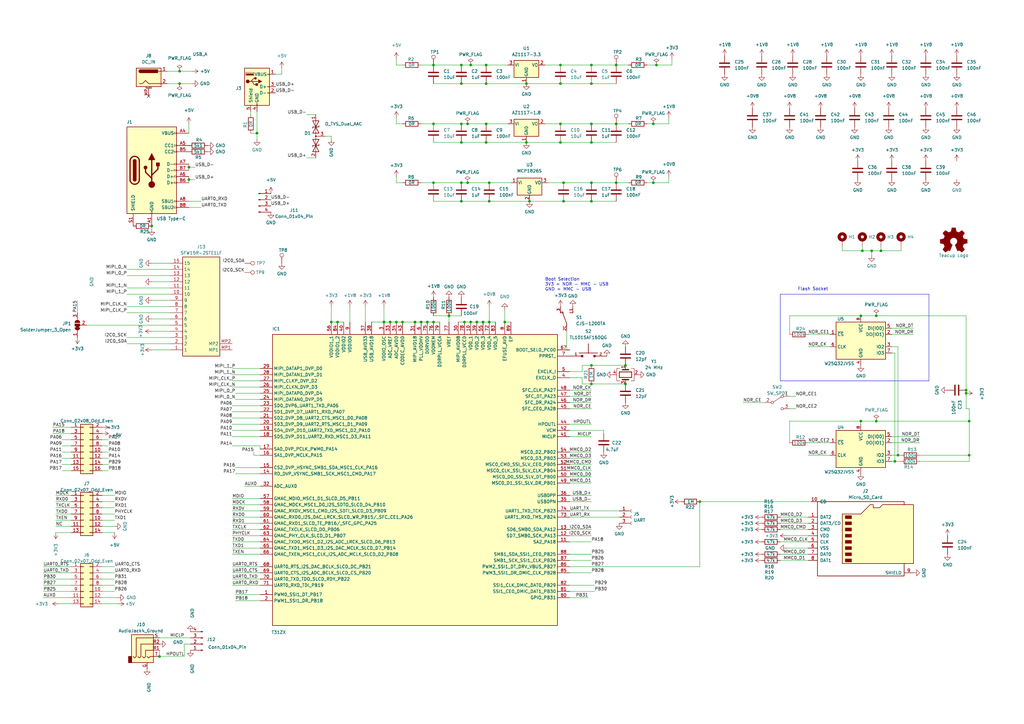
<source format=kicad_sch>
(kicad_sch (version 20230121) (generator eeschema)
  (paper "A3")
  (title_block (title "Teacup Development Board") (date "2023-05-22") (rev "B") (company "Hacker Homestead") (comment 1 "Original Design: BogdanTheGeek") (comment 2 "RevB: CaptainRon"))
  (lib_symbols
    (symbol "Connector:Barrel_Jack_MountingPin" (pin_names hide)
      (property "Reference" "J" (at 0 5.334 0))
      (property "Value" "Barrel_Jack_MountingPin" (at 1.27 -6.35 0))
      (symbol "Barrel_Jack_MountingPin_1_1"
        (text "Mounting" (at 0 -4.191 0) (effects (font (size 0.381 0.381))))
        (pin passive line (at 7.62 2.54 180) (length 2.54) (name "~") (number "1"))
        (pin passive line (at 7.62 -2.54 180) (length 2.54) (name "~") (number "2"))
        (pin passive line (at 0 -7.62 90) (length 3.048) (name "MountPin") (number "MP"))
      )
    )
    (symbol "Connector:Conn_01x03_Socket" (pin_names (offset 1.016) hide)
      (property "Reference" "J" (at 0 5.08 0))
      (property "Value" "Conn_01x03_Socket" (at 0 -5.08 0))
      (symbol "Conn_01x03_Socket_1_1"
        (pin passive line (at -5.08 2.54 0) (length 3.81) (name "Pin_1") (number "1"))
        (pin passive line (at -5.08 0 0) (length 3.81) (name "Pin_2") (number "2"))
        (pin passive line (at -5.08 -2.54 0) (length 3.81) (name "Pin_3") (number "3"))
      )
    )
    (symbol "Connector:Conn_01x04_Pin" (pin_names (offset 1.016) hide)
      (property "Reference" "J" (at 0 5.08 0))
      (property "Value" "Conn_01x04_Pin" (at 0 -7.62 0))
      (symbol "Conn_01x04_Pin_1_1"
        (pin passive line (at 5.08 2.54 180) (length 3.81) (name "Pin_1") (number "1"))
        (pin passive line (at 5.08 0 180) (length 3.81) (name "Pin_2") (number "2"))
        (pin passive line (at 5.08 -2.54 180) (length 3.81) (name "Pin_3") (number "3"))
        (pin passive line (at 5.08 -5.08 180) (length 3.81) (name "Pin_4") (number "4"))
      )
    )
    (symbol "Connector:Micro_SD_Card" (pin_names (offset 1.016))
      (property "Reference" "J2" (at 0.635 18.288 0))
      (property "Value" "Micro_SD_Card" (at 0.635 15.748 0))
      (symbol "Micro_SD_Card_1_0"
        (pin bidirectional line (at -21.59 13.97 0) (length 2.54) (name "CD") (number "10"))
      )
      (symbol "Micro_SD_Card_1_1"
        (pin bidirectional line (at -22.86 7.62 0) (length 3.81) (name "DAT2") (number "1"))
        (pin bidirectional line (at -22.86 5.08 0) (length 3.81) (name "DAT3/CD") (number "2"))
        (pin input line (at -22.86 2.54 0) (length 3.81) (name "CMD") (number "3"))
        (pin power_in line (at -22.86 0 0) (length 3.81) (name "VDD") (number "4"))
        (pin input line (at -22.86 -2.54 0) (length 3.81) (name "CLK") (number "5"))
        (pin power_in line (at -22.86 -5.08 0) (length 3.81) (name "VSS") (number "6"))
        (pin bidirectional line (at -22.86 -7.62 0) (length 3.81) (name "DAT0") (number "7"))
        (pin bidirectional line (at -22.86 -10.16 0) (length 3.81) (name "DAT1") (number "8"))
        (pin passive line (at 20.32 -15.24 180) (length 3.81) (name "SHIELD") (number "9"))
      )
    )
    (symbol "Connector:TestPoint" (pin_numbers hide) (pin_names (offset 0.762) hide)
      (property "Reference" "TP" (at 0 6.858 0))
      (property "Value" "TestPoint" (at 0 5.08 0))
      (symbol "TestPoint_1_1"
        (pin passive line (at 0 0 90) (length 2.54) (name "1") (number "1"))
      )
    )
    (symbol "Connector:USB_A" (pin_names (offset 1.016))
      (property "Reference" "J" (at -5.08 11.43 0))
      (property "Value" "USB_A" (at -5.08 8.89 0))
      (symbol "USB_A_1_1"
        (pin power_in line (at 7.62 5.08 180) (length 2.54) (name "VBUS") (number "1"))
        (pin bidirectional line (at 7.62 -2.54 180) (length 2.54) (name "D-") (number "2"))
        (pin bidirectional line (at 7.62 0 180) (length 2.54) (name "D+") (number "3"))
        (pin power_in line (at 0 -10.16 90) (length 2.54) (name "GND") (number "4"))
        (pin passive line (at -2.54 -10.16 90) (length 2.54) (name "Shield") (number "5"))
      )
    )
    (symbol "Connector:USB_C_Receptacle_USB2.0" (pin_names (offset 1.016))
      (property "Reference" "J" (at -10.16 19.05 0))
      (property "Value" "USB_C_Receptacle_USB2.0" (at 19.05 19.05 0))
      (symbol "USB_C_Receptacle_USB2.0_1_1"
        (pin passive line (at 0 -22.86 90) (length 5.08) (name "GND") (number "A1"))
        (pin passive line (at 0 -22.86 90) (length 5.08) hide (name "GND") (number "A12"))
        (pin passive line (at 15.24 15.24 180) (length 5.08) (name "VBUS") (number "A4"))
        (pin bidirectional line (at 15.24 10.16 180) (length 5.08) (name "CC1") (number "A5"))
        (pin bidirectional line (at 15.24 -2.54 180) (length 5.08) (name "D+") (number "A6"))
        (pin bidirectional line (at 15.24 2.54 180) (length 5.08) (name "D-") (number "A7"))
        (pin bidirectional line (at 15.24 -12.7 180) (length 5.08) (name "SBU1") (number "A8"))
        (pin passive line (at 15.24 15.24 180) (length 5.08) hide (name "VBUS") (number "A9"))
        (pin passive line (at 0 -22.86 90) (length 5.08) hide (name "GND") (number "B1"))
        (pin passive line (at 0 -22.86 90) (length 5.08) hide (name "GND") (number "B12"))
        (pin passive line (at 15.24 15.24 180) (length 5.08) hide (name "VBUS") (number "B4"))
        (pin bidirectional line (at 15.24 7.62 180) (length 5.08) (name "CC2") (number "B5"))
        (pin bidirectional line (at 15.24 -5.08 180) (length 5.08) (name "D+") (number "B6"))
        (pin bidirectional line (at 15.24 0 180) (length 5.08) (name "D-") (number "B7"))
        (pin bidirectional line (at 15.24 -15.24 180) (length 5.08) (name "SBU2") (number "B8"))
        (pin passive line (at 15.24 15.24 180) (length 5.08) hide (name "VBUS") (number "B9"))
        (pin passive line (at -7.62 -22.86 90) (length 5.08) (name "SHIELD") (number "S1"))
      )
    )
    (symbol "Connector_Audio:AudioJack4_Ground"
      (property "Reference" "J" (at 0 8.89 0))
      (property "Value" "AudioJack4_Ground" (at 0 6.35 0))
      (symbol "AudioJack4_Ground_1_1"
        (pin passive line (at 0 -10.16 90) (length 2.54) (name "~") (number "G"))
        (pin passive line (at 5.08 -2.54 180) (length 2.54) (name "~") (number "R1"))
        (pin passive line (at 5.08 0 180) (length 2.54) (name "~") (number "R2"))
        (pin passive line (at 5.08 2.54 180) (length 2.54) (name "~") (number "S"))
        (pin passive line (at 5.08 -5.08 180) (length 2.54) (name "~") (number "T"))
      )
    )
    (symbol "Connector_Generic:Conn_02x07_Odd_Even" (pin_names (offset 1.016) hide)
      (property "Reference" "J" (at 1.27 10.16 0))
      (property "Value" "Conn_02x07_Odd_Even" (at 1.27 -10.16 0))
      (symbol "Conn_02x07_Odd_Even_1_1"
        (pin passive line (at -5.08 7.62 0) (length 3.81) (name "Pin_1") (number "1"))
        (pin passive line (at 7.62 -2.54 180) (length 3.81) (name "Pin_10") (number "10"))
        (pin passive line (at -5.08 -5.08 0) (length 3.81) (name "Pin_11") (number "11"))
        (pin passive line (at 7.62 -5.08 180) (length 3.81) (name "Pin_12") (number "12"))
        (pin passive line (at -5.08 -7.62 0) (length 3.81) (name "Pin_13") (number "13"))
        (pin passive line (at 7.62 -7.62 180) (length 3.81) (name "Pin_14") (number "14"))
        (pin passive line (at 7.62 7.62 180) (length 3.81) (name "Pin_2") (number "2"))
        (pin passive line (at -5.08 5.08 0) (length 3.81) (name "Pin_3") (number "3"))
        (pin passive line (at 7.62 5.08 180) (length 3.81) (name "Pin_4") (number "4"))
        (pin passive line (at -5.08 2.54 0) (length 3.81) (name "Pin_5") (number "5"))
        (pin passive line (at 7.62 2.54 180) (length 3.81) (name "Pin_6") (number "6"))
        (pin passive line (at -5.08 0 0) (length 3.81) (name "Pin_7") (number "7"))
        (pin passive line (at 7.62 0 180) (length 3.81) (name "Pin_8") (number "8"))
        (pin passive line (at -5.08 -2.54 0) (length 3.81) (name "Pin_9") (number "9"))
      )
    )
    (symbol "Connector_Generic:Conn_02x08_Odd_Even" (pin_names (offset 1.016) hide)
      (property "Reference" "J" (at 1.27 10.16 0))
      (property "Value" "Conn_02x08_Odd_Even" (at 1.27 -12.7 0))
      (symbol "Conn_02x08_Odd_Even_1_1"
        (pin passive line (at -5.08 7.62 0) (length 3.81) (name "Pin_1") (number "1"))
        (pin passive line (at 7.62 -2.54 180) (length 3.81) (name "Pin_10") (number "10"))
        (pin passive line (at -5.08 -5.08 0) (length 3.81) (name "Pin_11") (number "11"))
        (pin passive line (at 7.62 -5.08 180) (length 3.81) (name "Pin_12") (number "12"))
        (pin passive line (at -5.08 -7.62 0) (length 3.81) (name "Pin_13") (number "13"))
        (pin passive line (at 7.62 -7.62 180) (length 3.81) (name "Pin_14") (number "14"))
        (pin passive line (at -5.08 -10.16 0) (length 3.81) (name "Pin_15") (number "15"))
        (pin passive line (at 7.62 -10.16 180) (length 3.81) (name "Pin_16") (number "16"))
        (pin passive line (at 7.62 7.62 180) (length 3.81) (name "Pin_2") (number "2"))
        (pin passive line (at -5.08 5.08 0) (length 3.81) (name "Pin_3") (number "3"))
        (pin passive line (at 7.62 5.08 180) (length 3.81) (name "Pin_4") (number "4"))
        (pin passive line (at -5.08 2.54 0) (length 3.81) (name "Pin_5") (number "5"))
        (pin passive line (at 7.62 2.54 180) (length 3.81) (name "Pin_6") (number "6"))
        (pin passive line (at -5.08 0 0) (length 3.81) (name "Pin_7") (number "7"))
        (pin passive line (at 7.62 0 180) (length 3.81) (name "Pin_8") (number "8"))
        (pin passive line (at -5.08 -2.54 0) (length 3.81) (name "Pin_9") (number "9"))
      )
    )
    (symbol "Device:C" (pin_numbers hide) (pin_names (offset 0.254))
      (property "Reference" "C" (at 0.635 2.54 0))
      (property "Value" "C" (at 0.635 -2.54 0))
      (symbol "C_1_1"
        (pin passive line (at 0 3.81 270) (length 2.794) (name "~") (number "1"))
        (pin passive line (at 0 -3.81 90) (length 2.794) (name "~") (number "2"))
      )
    )
    (symbol "Device:Crystal_GND24" (pin_names (offset 1.016) hide)
      (property "Reference" "Y" (at 3.175 5.08 0))
      (property "Value" "Crystal_GND24" (at 3.175 3.175 0))
      (symbol "Crystal_GND24_1_1"
        (pin passive line (at -3.81 0 0) (length 1.27) (name "1") (number "1"))
        (pin passive line (at 0 5.08 270) (length 1.27) (name "2") (number "2"))
        (pin passive line (at 3.81 0 180) (length 1.27) (name "3") (number "3"))
        (pin passive line (at 0 -5.08 90) (length 1.27) (name "4") (number "4"))
      )
    )
    (symbol "Device:D_TVS_Dual_AAC" (pin_names (offset 1.016) hide)
      (property "Reference" "D" (at 0 4.445 0))
      (property "Value" "D_TVS_Dual_AAC" (at 0 2.54 0))
      (symbol "D_TVS_Dual_AAC_1_1"
        (pin passive line (at -8.89 0 0) (length 2.54) (name "A1") (number "1"))
        (pin passive line (at 8.89 0 180) (length 2.54) (name "A2") (number "2"))
        (pin input line (at 0 -3.81 90) (length 2.54) (name "common") (number "3"))
      )
    )
    (symbol "Device:R" (pin_numbers hide) (pin_names (offset 0))
      (property "Reference" "R" (at 2.032 0 90))
      (property "Value" "R" (at 0 0 90))
      (symbol "R_1_1"
        (pin passive line (at 0 3.81 270) (length 1.27) (name "~") (number "1"))
        (pin passive line (at 0 -3.81 90) (length 1.27) (name "~") (number "2"))
      )
    )
    (symbol "Graphic:Logo_Open_Hardware_Small" (in_bom no) (on_board no))
    (symbol "Jumper:SolderJumper_3_Bridged12" (pin_names (offset 0) hide)
      (property "Reference" "JP" (at -2.54 -2.54 0))
      (property "Value" "SolderJumper_3_Bridged12" (at 0 2.794 0))
      (symbol "SolderJumper_3_Bridged12_1_1"
        (pin passive line (at -5.08 0 0) (length 2.54) (name "A") (number "1"))
        (pin passive line (at 0 -3.81 90) (length 2.54) (name "C") (number "2"))
        (pin passive line (at 5.08 0 180) (length 2.54) (name "B") (number "3"))
      )
    )
    (symbol "Mechanical:MountingHole_Pad" (pin_numbers hide) (pin_names (offset 1.016) hide)
      (property "Reference" "H" (at 0 6.35 0))
      (property "Value" "MountingHole_Pad" (at 0 4.445 0))
      (symbol "MountingHole_Pad_1_1"
        (pin input line (at 0 -2.54 90) (length 2.54) (name "1") (number "1"))
      )
    )
    (symbol "Regulator_Linear:AZ1117-1.8" (pin_names (offset 0.254))
      (property "Reference" "U" (at -3.81 3.175 0))
      (property "Value" "AZ1117-1.8" (at 0 3.175 0))
      (symbol "AZ1117-1.8_1_1"
        (pin power_in line (at 0 -7.62 90) (length 2.54) (name "GND") (number "1"))
        (pin power_out line (at 7.62 0 180) (length 2.54) (name "VO") (number "2"))
        (pin power_in line (at -7.62 0 0) (length 2.54) (name "VI") (number "3"))
      )
    )
    (symbol "Regulator_Linear:AZ1117-3.3" (pin_names (offset 0.254))
      (property "Reference" "U" (at -3.81 3.175 0))
      (property "Value" "AZ1117-3.3" (at 0 3.175 0))
      (symbol "AZ1117-3.3_1_1"
        (pin power_in line (at 0 -7.62 90) (length 2.54) (name "GND") (number "1"))
        (pin power_out line (at 7.62 0 180) (length 2.54) (name "VO") (number "2"))
        (pin power_in line (at -7.62 0 0) (length 2.54) (name "VI") (number "3"))
      )
    )
    (symbol "Regulator_Linear:MCP1826S" (pin_names (offset 0.254))
      (property "Reference" "U" (at -3.81 3.175 0))
      (property "Value" "MCP1826S" (at 0 3.175 0))
      (symbol "MCP1826S_1_1"
        (pin power_in line (at -7.62 0 0) (length 2.54) (name "VI") (number "1"))
        (pin power_in line (at 0 -7.62 90) (length 2.54) (name "GND") (number "2"))
        (pin power_out line (at 7.62 0 180) (length 2.54) (name "VO") (number "3"))
      )
    )
    (symbol "SFW15R-2STE1LF:SFW15R-2STE1LF"
      (property "Reference" "J" (at 21.59 7.62 0))
      (property "Value" "SFW15R-2STE1LF" (at 21.59 5.08 0))
      (symbol "SFW15R-2STE1LF_1_1"
        (pin passive line (at 25.4 0 180) (length 5.08) (name "1") (number "1"))
        (pin passive line (at 25.4 -22.86 180) (length 5.08) (name "10") (number "10"))
        (pin passive line (at 25.4 -25.4 180) (length 5.08) (name "11") (number "11"))
        (pin passive line (at 25.4 -27.94 180) (length 5.08) (name "12") (number "12"))
        (pin passive line (at 25.4 -30.48 180) (length 5.08) (name "13") (number "13"))
        (pin passive line (at 25.4 -33.02 180) (length 5.08) (name "14") (number "14"))
        (pin passive line (at 25.4 -35.56 180) (length 5.08) (name "15") (number "15"))
        (pin passive line (at 25.4 -2.54 180) (length 5.08) (name "2") (number "2"))
        (pin passive line (at 25.4 -5.08 180) (length 5.08) (name "3") (number "3"))
        (pin passive line (at 25.4 -7.62 180) (length 5.08) (name "4") (number "4"))
        (pin passive line (at 25.4 -10.16 180) (length 5.08) (name "5") (number "5"))
        (pin passive line (at 25.4 -12.7 180) (length 5.08) (name "6") (number "6"))
        (pin passive line (at 25.4 -15.24 180) (length 5.08) (name "7") (number "7"))
        (pin passive line (at 25.4 -17.78 180) (length 5.08) (name "8") (number "8"))
        (pin passive line (at 25.4 -20.32 180) (length 5.08) (name "9") (number "9"))
        (pin passive line (at 0 0 0) (length 5.08) (name "MP1") (number "MP1"))
        (pin passive line (at 0 -2.54 0) (length 5.08) (name "MP2") (number "MP2"))
      )
    )
    (symbol "Switch:SW_SPDT" (pin_names (offset 0) hide)
      (property "Reference" "SW" (at 0 4.318 0))
      (property "Value" "SW_SPDT" (at 0 -5.08 0))
      (symbol "SW_SPDT_1_1"
        (pin passive line (at 5.08 2.54 180) (length 2.54) (name "A") (number "1"))
        (pin passive line (at -5.08 0 0) (length 2.54) (name "B") (number "2"))
        (pin passive line (at 5.08 -2.54 180) (length 2.54) (name "C") (number "3"))
      )
    )
    (symbol "power:+1V8" (power) (pin_names (offset 0))
      (property "Value" "+1V8" (at 0 3.556 0))
      (symbol "+1V8_1_1"
        (pin power_in line (at 0 0 90) (length 0) hide (name "+1V8") (number "1"))
      )
    )
    (symbol "power:+3V3" (power) (pin_names (offset 0))
      (property "Value" "+3V3" (at 0 3.556 0))
      (symbol "+3V3_1_1"
        (pin power_in line (at 0 0 90) (length 0) hide (name "+3V3") (number "1"))
      )
    )
    (symbol "power:+5V" (power) (pin_names (offset 0))
      (property "Value" "+5V" (at 0 3.556 0))
      (symbol "+5V_1_1"
        (pin power_in line (at 0 0 90) (length 0) hide (name "+5V") (number "1"))
      )
    )
    (symbol "power:GND" (power) (pin_names (offset 0))
      (property "Value" "GND" (at 0 -3.81 0))
      (symbol "GND_1_1"
        (pin power_in line (at 0 0 270) (length 0) hide (name "GND") (number "1"))
      )
    )
    (symbol "power:PWR_FLAG" (power) (pin_numbers hide) (pin_names (offset 0) hide)
      (property "Value" "PWR_FLAG" (at 0 3.81 0))
      (symbol "PWR_FLAG_0_0"
        (pin power_out line (at 0 0 90) (length 0) (name "pwr") (number "1"))
      )
    )
    (symbol "teacup:+0V8" (power) (pin_names (offset 0))
      (property "Value" "+0V8" (at 0 3.556 0))
      (symbol "+0V8_1_1"
        (pin power_in line (at 0 0 90) (length 0) hide (name "+0V8") (number "1"))
      )
    )
    (symbol "teacup:CJS-1200TA" (pin_names (offset 1.016))
      (property "Reference" "S1" (at 3.81 0.635 0))
      (property "Value" "CJS-1200TA" (at 3.81 -1.905 0))
      (symbol "CJS-1200TA_0_0"
        (pin passive line (at 2.54 5.08 270) (length 2.54) (name "~") (number "1"))
        (pin passive line (at 0 -5.08 90) (length 2.54) (name "~") (number "2C"))
        (pin passive line (at -2.54 5.08 270) (length 2.54) (name "~") (number "3"))
      )
    )
    (symbol "teacup:T31ZX"
      (property "Reference" "IC1" (at 6.604 53.086 0))
      (property "Value" "T31ZX" (at 7.62 -71.374 0))
      (symbol "T31ZX_1_1"
        (pin passive line (at 0 -55.88 0) (length 5.08) (name "PWM0_SSI1_DT_PB17") (number "1"))
        (pin passive line (at 86.36 55.88 270) (length 5.08) (name "VDD_1") (number "10"))
        (pin passive line (at 127 -34.29 180) (length 5.08) (name "SA2_PA18") (number "11"))
        (pin passive line (at 127 -31.75 180) (length 5.08) (name "SD7_SMB0_SCK_PA13") (number "12"))
        (pin passive line (at 127 -29.21 180) (length 5.08) (name "SD6_SMB0_SDA_PA12") (number "13"))
        (pin passive line (at 0 -6.35 0) (length 5.08) (name "RD_DVP_VSYNC_SMB1_SCK_MSC1_CMD_PA17") (number "14"))
        (pin passive line (at 0 -3.81 0) (length 5.08) (name "CS2_DVP_HSYNC_SMB1_SDA_MSC1_CLK_PA16") (number "15"))
        (pin passive line (at 0 1.27 0) (length 5.08) (name "SA1_DVP_MCLK_PA15") (number "16"))
        (pin passive line (at 0 3.81 0) (length 5.08) (name "SA0_DVP_PCLK_PWM0_PA14") (number "17"))
        (pin passive line (at 0 8.89 0) (length 5.08) (name "SD5_DVP_D11_UART2_RXD_MSC1_D3_PA11") (number "18"))
        (pin passive line (at 0 11.43 0) (length 5.08) (name "SD4_DVP_D10_UART2_TXD_MSC1_D2_PA10") (number "19"))
        (pin passive line (at 0 -58.42 0) (length 5.08) (name "PWM1_SSI1_DR_PB18") (number "2"))
        (pin passive line (at 0 13.97 0) (length 5.08) (name "SD3_DVP_D9_UART2_RTS_MSC1_D1_PA09") (number "20"))
        (pin passive line (at 0 16.51 0) (length 5.08) (name "SD2_DVP_D8_UART2_CTS_MSC1_D0_PA08") (number "21"))
        (pin passive line (at 0 19.05 0) (length 5.08) (name "SD1_DVP_D7_UART1_RXD_PA07") (number "22"))
        (pin passive line (at 0 21.59 0) (length 5.08) (name "SD0_DVP6_UART1_TXD_PA06") (number "23"))
        (pin passive line (at 0 24.13 0) (length 5.08) (name "MIPI_DATAN0_DVP_D5") (number "24"))
        (pin passive line (at 0 26.67 0) (length 5.08) (name "MIPI_DATAP0_DVP_D4") (number "25"))
        (pin passive line (at 0 29.21 0) (length 5.08) (name "MIPI_CLKN_DVP_D3") (number "26"))
        (pin passive line (at 0 31.75 0) (length 5.08) (name "MIPI_CLKP_DVP_D2") (number "27"))
        (pin passive line (at 0 34.29 0) (length 5.08) (name "MIPI_DATAN1_DVP_D1") (number "28"))
        (pin passive line (at 0 36.83 0) (length 5.08) (name "MIPI_DATAP1_DVP_D0") (number "29"))
        (pin passive line (at 50.8 55.88 270) (length 5.08) (name "VDDIO_OSC") (number "3"))
        (pin passive line (at 81.28 55.88 270) (length 5.08) (name "MIPI_AVD08") (number "30"))
        (pin passive line (at 63.5 55.88 270) (length 5.08) (name "MIPI_AVD18") (number "31"))
        (pin passive line (at 0 -11.43 0) (length 5.08) (name "ADC_AUX0") (number "32"))
        (pin passive line (at 53.34 55.88 270) (length 5.08) (name "ADC_VREF") (number "33"))
        (pin passive line (at 55.88 55.88 270) (length 5.08) (name "ADC_AVDD") (number "34"))
        (pin passive line (at 127 -17.78 180) (length 5.08) (name "USB0PN") (number "35"))
        (pin passive line (at 127 -15.24 180) (length 5.08) (name "USB0PP") (number "36"))
        (pin passive line (at 43.18 55.88 270) (length 5.08) (name "USB_AVD33") (number "37"))
        (pin passive line (at 45.72 55.88 270) (length 5.08) (name "USB_AVD18") (number "38"))
        (pin passive line (at 88.9 55.88 270) (length 5.08) (name "VDD_2") (number "39"))
        (pin passive line (at 127 33.02 180) (length 5.08) (name "EXCLK_O") (number "4"))
        (pin passive line (at 34.29 55.88 270) (length 5.08) (name "VDDIO2") (number "40"))
        (pin passive line (at 127 8.89 180) (length 5.08) (name "MICLP") (number "41"))
        (pin passive line (at 127 11.43 180) (length 5.08) (name "VCM") (number "42"))
        (pin passive line (at 58.42 55.88 270) (length 5.08) (name "CODEC_AVDD") (number "43"))
        (pin passive line (at 127 13.97 180) (length 5.08) (name "HPOUTL") (number "44"))
        (pin passive line (at 127 20.32 180) (length 5.08) (name "SFC_CE0_PA28") (number "45"))
        (pin passive line (at 127 22.86 180) (length 5.08) (name "SFC_DR_PA24") (number "46"))
        (pin passive line (at 127 25.4 180) (length 5.08) (name "SFC_DT_PA23") (number "47"))
        (pin passive line (at 127 27.94 180) (length 5.08) (name "SFC_CLK_PA27") (number "48"))
        (pin passive line (at 127 -10.16 180) (length 5.08) (name "MSC0_D1_SSI_SLV_DR_PB01") (number "49"))
        (pin passive line (at 127 35.56 180) (length 5.08) (name "EXCLK_I") (number "5"))
        (pin passive line (at 127 -7.62 180) (length 5.08) (name "MSC0_D0_SSI_SLV_DT_PB00") (number "50"))
        (pin passive line (at 127 -5.08 180) (length 5.08) (name "MSC0_CLK_SSI_SLV_CLK_PB04") (number "51"))
        (pin passive line (at 127 -2.54 180) (length 5.08) (name "MSC0_CMD_SSI_SLV_CE0_PB05") (number "52"))
        (pin passive line (at 127 0 180) (length 5.08) (name "MSC0_D3_PB03") (number "53"))
        (pin passive line (at 127 2.54 180) (length 5.08) (name "MSC0_D2_PB02") (number "54"))
        (pin passive line (at 91.44 55.88 270) (length 5.08) (name "VDD_3") (number "55"))
        (pin passive line (at 29.21 55.88 270) (length 5.08) (name "VDDIO1_1") (number "56"))
        (pin passive line (at 0 -16.51 0) (length 5.08) (name "GMAC_MDIO_MSC1_D1_SLCD_D5_PB11") (number "57"))
        (pin passive line (at 0 -19.05 0) (length 5.08) (name "GMAC_MDCK_MSC1_D0_I2S_SDTO_SLCD_D4_PB10") (number "58"))
        (pin passive line (at 0 -21.59 0) (length 5.08) (name "GMAC_RXDV_MSC1_CMD_I2S_SDTI_SLCD_D3_PB09") (number "59"))
        (pin passive line (at 66.04 55.88 270) (length 5.08) (name "PLL_VDDHV") (number "6"))
        (pin passive line (at 0 -24.13 0) (length 5.08) (name "GMAC_RXD0_I2S_DAC_LRCK_SLCD_WR_PB15/_SFC_CE1_PA26") (number "60"))
        (pin passive line (at 0 -26.67 0) (length 5.08) (name "GMAC_RXD1_SLCD_TE_PB16/_SFC_GPC_PA25") (number "61"))
        (pin passive line (at 0 -29.21 0) (length 5.08) (name "GMAC_TXCLK_SLCD_D0_PB06") (number "62"))
        (pin passive line (at 0 -31.75 0) (length 5.08) (name "GMAC_PHY_CLK_SLCD_D1_PB07") (number "63"))
        (pin passive line (at 0 -34.29 0) (length 5.08) (name "GMAC_TXD0_MSC1_D2_I2S_ADC_LRCK_SLCD_D6_PB13") (number "64"))
        (pin passive line (at 0 -36.83 0) (length 5.08) (name "GMAC_TXD1_MSC1_D3_I2S_DAC_MCLK_SLCD_D7_PB14") (number "65"))
        (pin passive line (at 0 -39.37 0) (length 5.08) (name "GMAC_TXEN_MSC1_CLK_I2S_ADC_MCLK_SLCD_D2_PB08") (number "66"))
        (pin passive line (at 127 44.45 180) (length 5.08) (name "BOOT_SEL0_PC00") (number "67"))
        (pin passive line (at 0 -44.45 0) (length 5.08) (name "UART0_RTS_I2S_DAC_BCLK_SLCD_DC_PB21") (number "68"))
        (pin passive line (at 0 -46.99 0) (length 5.08) (name "UART0_CTS_I2S_ADC_BCLK_SLCD_CS_PB20") (number "69"))
        (pin passive line (at 127 41.91 180) (length 5.08) (name "PPRST_") (number "7"))
        (pin passive line (at 0 -49.53 0) (length 5.08) (name "UART0_TXD_TDO_SLCD_RDY_PB22") (number "70"))
        (pin passive line (at 0 -52.07 0) (length 5.08) (name "UART0_RXD_TDI_PB19") (number "71"))
        (pin passive line (at 93.98 55.88 270) (length 5.08) (name "VDD_4") (number "72"))
        (pin passive line (at 127 -24.13 180) (length 5.08) (name "UART1_RXD_TMS_PB24") (number "73"))
        (pin passive line (at 127 -21.59 180) (length 5.08) (name "UART1_TXD_TCK_PB23") (number "74"))
        (pin passive line (at 68.58 55.88 270) (length 5.08) (name "DDRVDD") (number "75"))
        (pin passive line (at 71.12 55.88 270) (length 5.08) (name "VDDMEM") (number "76"))
        (pin passive line (at 77.47 55.88 270) (length 5.08) (name "VREF") (number "77"))
        (pin passive line (at 83.82 55.88 270) (length 5.08) (name "DDRPLL_VCCD") (number "78"))
        (pin passive line (at 73.66 55.88 270) (length 5.08) (name "DDRPLL_VCCA") (number "79"))
        (pin passive line (at 100.33 55.88 270) (length 5.08) (name "EFUSE_AVD") (number "8"))
        (pin passive line (at 127 -57.15 180) (length 5.08) (name "GPIO_PB31") (number "80"))
        (pin passive line (at 127 -54.61 180) (length 5.08) (name "SSI1_CE0_DMIC_DAT1_PB30") (number "81"))
        (pin passive line (at 127 -52.07 180) (length 5.08) (name "SSI1_CLK_DMIC_DAT0_PB29") (number "82"))
        (pin passive line (at 96.52 55.88 270) (length 5.08) (name "VDD_5") (number "83"))
        (pin passive line (at 31.75 55.88 270) (length 5.08) (name "VDDIO1_2") (number "84"))
        (pin passive line (at 127 -46.99 180) (length 5.08) (name "PWM3_SSI1_DR_DMIC_CLK_PB28") (number "85"))
        (pin passive line (at 127 -44.45 180) (length 5.08) (name "PWM2_SSI1_DT_DRV_VBUS_PB27") (number "86"))
        (pin passive line (at 127 -41.91 180) (length 5.08) (name "SMB1_SCK_SSI1_CLK_PB26") (number "87"))
        (pin passive line (at 127 -39.37 180) (length 5.08) (name "SMB1_SDA_SSI1_CE0_PB25") (number "88"))
        (pin passive line (at 102.87 55.88 270) (length 5.08) (name "EP") (number "89"))
        (pin passive line (at 36.83 55.88 270) (length 5.08) (name "VDDIO0") (number "9"))
      )
    )
    (symbol "teacup:TL1015AF160QG" (pin_names (offset 1.016))
      (property "Reference" "S2" (at 0 9.398 0))
      (property "Value" "TL1015AF160QG" (at 0 6.858 0))
      (symbol "TL1015AF160QG_0_0"
        (pin passive line (at -7.62 0 0) (length 5.08) (name "~") (number "1"))
        (pin passive line (at 7.62 0 180) (length 5.08) (name "~") (number "2"))
      )
    )
    (symbol "teacup:W25Q32JVSS"
      (property "Reference" "U5" (at -9.652 8.89 0))
      (property "Value" "W25Q32JVSS" (at -14.986 -9.398 0))
      (symbol "W25Q32JVSS_1_1"
        (pin input line (at -12.7 2.54 0) (length 2.54) (name "~{CS}") (number "1"))
        (pin bidirectional line (at 12.7 2.54 180) (length 2.54) (name "DO(IO1)") (number "2"))
        (pin bidirectional line (at 12.7 -2.54 180) (length 2.54) (name "IO2") (number "3"))
        (pin power_in line (at 0 -10.16 90) (length 2.54) (name "GND") (number "4"))
        (pin bidirectional line (at 12.7 5.08 180) (length 2.54) (name "DI(IO0)") (number "5"))
        (pin input line (at -12.7 -2.54 0) (length 2.54) (name "CLK") (number "6"))
        (pin bidirectional line (at 12.7 -5.08 180) (length 2.54) (name "IO3") (number "7"))
        (pin power_in line (at 0 10.16 270) (length 2.54) (name "VCC") (number "8"))
      )
    )
  )
  (junction (at 252.73 26.67))
  (junction (at 367.03 189.23))
  (junction (at 242.57 50.8))
  (junction (at 267.97 74.93))
  (junction (at 252.73 50.8))
  (junction (at 256.54 157.48))
  (junction (at 189.23 58.42))
  (junction (at 231.14 74.93))
  (junction (at 267.97 50.8))
  (junction (at 191.77 74.93))
  (junction (at 359.41 129.54))
  (junction (at 105.41 54.61))
  (junction (at 229.87 50.8))
  (junction (at 189.23 26.67))
  (junction (at 189.23 82.55))
  (junction (at 242.57 74.93))
  (junction (at 199.39 58.42))
  (junction (at 229.87 58.42))
  (junction (at 189.23 50.8))
  (junction (at 361.315 102.87))
  (junction (at 170.18 132.08))
  (junction (at 195.58 132.08))
  (junction (at 200.66 132.08))
  (junction (at 177.8 132.08))
  (junction (at 73.66 34.29))
  (junction (at 177.8 26.67))
  (junction (at 396.24 161.29))
  (junction (at 242.57 82.55))
  (junction (at 215.9 34.29))
  (junction (at 62.23 92.71))
  (junction (at 242.57 58.42))
  (junction (at 256.54 149.86))
  (junction (at 200.66 74.93))
  (junction (at 199.39 26.67))
  (junction (at 138.43 132.08))
  (junction (at 287.02 205.74))
  (junction (at 231.14 82.55))
  (junction (at 172.72 132.08))
  (junction (at 135.89 132.08))
  (junction (at 269.24 26.67))
  (junction (at 65.405 269.24))
  (junction (at 242.57 149.86))
  (junction (at 190.5 132.08))
  (junction (at 157.48 132.08))
  (junction (at 357.505 102.87))
  (junction (at 396.24 160.02))
  (junction (at 397.51 186.69))
  (junction (at 177.8 50.8))
  (junction (at 193.04 26.67))
  (junction (at 359.41 172.72))
  (junction (at 191.77 50.8))
  (junction (at 162.56 132.08))
  (junction (at 217.17 82.55))
  (junction (at 229.87 34.29))
  (junction (at 242.57 26.67))
  (junction (at 184.15 129.54))
  (junction (at 77.47 73.66))
  (junction (at 175.26 132.08))
  (junction (at 165.1 132.08))
  (junction (at 198.12 132.08))
  (junction (at 189.23 74.93))
  (junction (at 353.06 129.54))
  (junction (at 242.57 34.29))
  (junction (at 73.66 29.21))
  (junction (at 242.57 157.48))
  (junction (at 215.9 58.42))
  (junction (at 207.01 132.08))
  (junction (at 229.87 26.67))
  (junction (at 193.04 132.08))
  (junction (at 353.06 172.72))
  (junction (at 77.47 68.58))
  (junction (at 160.02 132.08))
  (junction (at 177.8 74.93))
  (junction (at 252.73 74.93))
  (junction (at 189.23 34.29))
  (junction (at 199.39 34.29))
  (junction (at 353.695 102.87))
  (junction (at 368.3 186.69))
  (junction (at 200.66 82.55))
  (junction (at 397.51 172.72))
  (junction (at 199.39 50.8))
  (no_connect (at 60.96 39.37))
  (wire (pts (xy 100.33 199.39) (xy 106.68 199.39)))
  (wire (pts (xy 189.23 26.67) (xy 193.04 26.67)))
  (wire (pts (xy 233.68 190.5) (xy 242.57 190.5)))
  (wire (pts (xy 357.505 102.87) (xy 361.315 102.87)))
  (wire (pts (xy 62.23 143.51) (xy 69.85 143.51)))
  (wire (pts (xy 95.25 166.37) (xy 106.68 166.37)))
  (wire (pts (xy 231.14 82.55) (xy 242.57 82.55)))
  (wire (pts (xy 62.23 123.19) (xy 69.85 123.19)))
  (wire (pts (xy 353.695 100.965) (xy 353.695 102.87)))
  (wire (pts (xy 78.74 34.29) (xy 73.66 34.29)))
  (wire (pts (xy 77.47 68.58) (xy 80.01 68.58)))
  (wire (pts (xy 29.21 240.03) (xy 17.78 240.03)))
  (wire (pts (xy 52.07 138.43) (xy 69.85 138.43)))
  (wire (pts (xy 44.45 185.42) (xy 41.91 185.42)))
  (wire (pts (xy 31.75 123.19) (xy 31.75 128.27)))
  (wire (pts (xy 195.58 132.08) (xy 198.12 132.08)))
  (wire (pts (xy 233.68 217.17) (xy 242.57 217.17)))
  (wire (pts (xy 252.73 34.29) (xy 242.57 34.29)))
  (wire (pts (xy 29.21 237.49) (xy 17.78 237.49)))
  (wire (pts (xy 41.91 234.95) (xy 46.99 234.95)))
  (polyline (pts (xy 381 120.65) (xy 381 156.21)))
  (wire (pts (xy 229.87 58.42) (xy 242.57 58.42)))
  (wire (pts (xy 274.32 74.93) (xy 267.97 74.93)))
  (wire (pts (xy 340.36 142.24) (xy 331.47 142.24)))
  (wire (pts (xy 65.405 261.62) (xy 78.105 261.62)))
  (wire (pts (xy 21.59 175.26) (xy 29.21 175.26)))
  (wire (pts (xy 233.68 209.55) (xy 254 209.55)))
  (wire (pts (xy 95.25 227.33) (xy 106.68 227.33)))
  (wire (pts (xy 365.76 179.07) (xy 377.19 179.07)))
  (wire (pts (xy 320.04 222.25) (xy 331.47 222.25)))
  (wire (pts (xy 138.43 132.08) (xy 135.89 132.08)))
  (wire (pts (xy 95.25 240.03) (xy 106.68 240.03)))
  (wire (pts (xy 95.25 214.63) (xy 106.68 214.63)))
  (wire (pts (xy 242.57 234.95) (xy 233.68 234.95)))
  (wire (pts (xy 345.44 102.87) (xy 353.695 102.87)))
  (wire (pts (xy 191.77 74.93) (xy 200.66 74.93)))
  (wire (pts (xy 331.47 219.71) (xy 322.58 219.71)))
  (wire (pts (xy 96.52 161.29) (xy 106.68 161.29)))
  (wire (pts (xy 233.68 222.25) (xy 242.57 222.25)))
  (wire (pts (xy 200.66 132.08) (xy 203.2 132.08)))
  (wire (pts (xy 365.76 186.69) (xy 368.3 186.69)))
  (wire (pts (xy 41.91 205.74) (xy 46.99 205.74)))
  (wire (pts (xy 367.03 189.23) (xy 369.57 189.23)))
  (wire (pts (xy 175.26 132.08) (xy 177.8 132.08)))
  (wire (pts (xy 29.21 205.74) (xy 22.86 205.74)))
  (wire (pts (xy 331.47 181.61) (xy 340.36 181.61)))
  (wire (pts (xy 62.23 115.57) (xy 69.85 115.57)))
  (wire (pts (xy 257.81 26.67) (xy 252.73 26.67)))
  (wire (pts (xy 22.86 215.9) (xy 29.21 215.9)))
  (wire (pts (xy 21.59 177.8) (xy 29.21 177.8)))
  (wire (pts (xy 62.23 135.89) (xy 69.85 135.89)))
  (wire (pts (xy 242.57 74.93) (xy 252.73 74.93)))
  (wire (pts (xy 177.8 50.8) (xy 189.23 50.8)))
  (wire (pts (xy 41.91 232.41) (xy 46.99 232.41)))
  (wire (pts (xy 95.25 171.45) (xy 106.68 171.45)))
  (wire (pts (xy 396.24 161.29) (xy 396.24 160.02)))
  (wire (pts (xy 52.07 113.03) (xy 69.85 113.03)))
  (wire (pts (xy 340.36 186.69) (xy 331.47 186.69)))
  (wire (pts (xy 177.8 129.54) (xy 184.15 129.54)))
  (wire (pts (xy 242.57 26.67) (xy 252.73 26.67)))
  (wire (pts (xy 157.48 132.08) (xy 160.02 132.08)))
  (wire (pts (xy 172.72 132.08) (xy 175.26 132.08)))
  (wire (pts (xy 274.32 72.39) (xy 274.32 74.93)))
  (wire (pts (xy 52.07 128.27) (xy 69.85 128.27)))
  (wire (pts (xy 41.91 203.2) (xy 46.99 203.2)))
  (wire (pts (xy 160.02 132.08) (xy 162.56 132.08)))
  (wire (pts (xy 22.86 218.44) (xy 29.21 218.44)))
  (wire (pts (xy 207.01 132.08) (xy 209.55 132.08)))
  (wire (pts (xy 368.3 186.69) (xy 369.57 186.69)))
  (wire (pts (xy 95.25 232.41) (xy 106.68 232.41)))
  (wire (pts (xy 267.97 74.93) (xy 265.43 74.93)))
  (wire (pts (xy 41.91 242.57) (xy 46.99 242.57)))
  (wire (pts (xy 287.02 205.74) (xy 287.02 232.41)))
  (wire (pts (xy 199.39 58.42) (xy 215.9 58.42)))
  (wire (pts (xy 106.68 186.69) (xy 104.14 186.69)))
  (wire (pts (xy 357.505 102.87) (xy 357.505 104.775)))
  (wire (pts (xy 41.91 247.65) (xy 48.26 247.65)))
  (wire (pts (xy 75.565 264.16) (xy 75.565 269.24)))
  (wire (pts (xy 257.81 74.93) (xy 252.73 74.93)))
  (wire (pts (xy 65.405 266.7) (xy 65.405 269.24)))
  (wire (pts (xy 105.41 57.15) (xy 105.41 54.61)))
  (wire (pts (xy 29.21 208.28) (xy 22.86 208.28)))
  (wire (pts (xy 191.77 50.8) (xy 199.39 50.8)))
  (wire (pts (xy 25.4 193.04) (xy 29.21 193.04)))
  (wire (pts (xy 233.68 212.09) (xy 254 212.09)))
  (wire (pts (xy 267.97 50.8) (xy 265.43 50.8)))
  (wire (pts (xy 323.85 172.72) (xy 353.06 172.72)))
  (wire (pts (xy 41.91 213.36) (xy 46.99 213.36)))
  (wire (pts (xy 25.4 187.96) (xy 29.21 187.96)))
  (wire (pts (xy 367.03 144.78) (xy 367.03 189.23)))
  (wire (pts (xy 115.57 27.94) (xy 115.57 30.48)))
  (polyline (pts (xy 320.04 120.65) (xy 381 120.65)))
  (wire (pts (xy 233.68 219.71) (xy 242.57 219.71)))
  (wire (pts (xy 162.56 132.08) (xy 165.1 132.08)))
  (wire (pts (xy 78.74 29.21) (xy 73.66 29.21)))
  (wire (pts (xy 396.24 129.54) (xy 359.41 129.54)))
  (wire (pts (xy 361.315 100.965) (xy 361.315 102.87)))
  (wire (pts (xy 238.76 149.86) (xy 238.76 152.4)))
  (wire (pts (xy 215.9 34.29) (xy 229.87 34.29)))
  (wire (pts (xy 52.07 118.11) (xy 69.85 118.11)))
  (wire (pts (xy 365.76 134.62) (xy 374.65 134.62)))
  (wire (pts (xy 189.23 58.42) (xy 199.39 58.42)))
  (wire (pts (xy 152.4 132.08) (xy 157.48 132.08)))
  (wire (pts (xy 96.52 243.84) (xy 106.68 243.84)))
  (wire (pts (xy 377.19 189.23) (xy 397.51 189.23)))
  (wire (pts (xy 95.25 212.09) (xy 106.68 212.09)))
  (wire (pts (xy 365.76 189.23) (xy 367.03 189.23)))
  (wire (pts (xy 95.25 151.13) (xy 106.68 151.13)))
  (wire (pts (xy 177.8 82.55) (xy 189.23 82.55)))
  (wire (pts (xy 323.85 129.54) (xy 353.06 129.54)))
  (wire (pts (xy 177.8 58.42) (xy 189.23 58.42)))
  (wire (pts (xy 359.41 172.72) (xy 353.06 172.72)))
  (wire (pts (xy 95.25 217.17) (xy 106.68 217.17)))
  (wire (pts (xy 95.25 176.53) (xy 106.68 176.53)))
  (wire (pts (xy 242.57 227.33) (xy 233.68 227.33)))
  (wire (pts (xy 77.47 50.8) (xy 77.47 54.61)))
  (wire (pts (xy 95.25 204.47) (xy 106.68 204.47)))
  (wire (pts (xy 233.68 198.12) (xy 242.57 198.12)))
  (wire (pts (xy 162.56 26.67) (xy 165.1 26.67)))
  (polyline (pts (xy 320.04 156.21) (xy 320.04 120.65)))
  (wire (pts (xy 102.87 46.99) (xy 102.87 45.72)))
  (wire (pts (xy 22.86 203.2) (xy 29.21 203.2)))
  (wire (pts (xy 233.68 165.1) (xy 242.57 165.1)))
  (wire (pts (xy 75.565 264.16) (xy 78.105 264.16)))
  (wire (pts (xy 95.25 168.91) (xy 106.68 168.91)))
  (wire (pts (xy 105.41 54.61) (xy 105.41 45.72)))
  (wire (pts (xy 365.76 144.78) (xy 367.03 144.78)))
  (wire (pts (xy 172.72 74.93) (xy 177.8 74.93)))
  (wire (pts (xy 135.89 55.88) (xy 135.89 57.15)))
  (wire (pts (xy 242.57 149.86) (xy 256.54 149.86)))
  (wire (pts (xy 95.25 179.07) (xy 106.68 179.07)))
  (wire (pts (xy 95.25 224.79) (xy 106.68 224.79)))
  (wire (pts (xy 223.52 26.67) (xy 229.87 26.67)))
  (wire (pts (xy 223.52 50.8) (xy 229.87 50.8)))
  (wire (pts (xy 353.695 102.87) (xy 357.505 102.87)))
  (wire (pts (xy 95.25 153.67) (xy 106.68 153.67)))
  (wire (pts (xy 172.72 50.8) (xy 177.8 50.8)))
  (wire (pts (xy 22.86 210.82) (xy 29.21 210.82)))
  (wire (pts (xy 165.1 132.08) (xy 170.18 132.08)))
  (wire (pts (xy 41.91 218.44) (xy 46.99 218.44)))
  (wire (pts (xy 365.76 137.16) (xy 374.65 137.16)))
  (wire (pts (xy 233.68 154.94) (xy 238.76 154.94)))
  (wire (pts (xy 233.68 187.96) (xy 242.57 187.96)))
  (wire (pts (xy 75.565 269.24) (xy 65.405 269.24)))
  (wire (pts (xy 77.47 73.66) (xy 80.01 73.66)))
  (wire (pts (xy 323.85 167.64) (xy 326.39 167.64)))
  (wire (pts (xy 229.87 26.67) (xy 242.57 26.67)))
  (wire (pts (xy 242.57 157.48) (xy 256.54 157.48)))
  (wire (pts (xy 397.51 172.72) (xy 397.51 186.69)))
  (wire (pts (xy 96.52 191.77) (xy 106.68 191.77)))
  (wire (pts (xy 224.79 74.93) (xy 231.14 74.93)))
  (wire (pts (xy 199.39 26.67) (xy 208.28 26.67)))
  (wire (pts (xy 73.66 34.29) (xy 68.58 34.29)))
  (wire (pts (xy 274.32 48.26) (xy 274.32 50.8)))
  (wire (pts (xy 125.73 64.77) (xy 129.54 64.77)))
  (wire (pts (xy 52.07 120.65) (xy 69.85 120.65)))
  (wire (pts (xy 326.39 162.56) (xy 323.85 162.56)))
  (wire (pts (xy 396.24 161.29) (xy 396.24 167.64)))
  (wire (pts (xy 62.23 92.71) (xy 62.23 93.98)))
  (wire (pts (xy 232.41 143.51) (xy 233.68 143.51)))
  (wire (pts (xy 41.91 193.04) (xy 44.45 193.04)))
  (wire (pts (xy 189.23 50.8) (xy 191.77 50.8)))
  (wire (pts (xy 96.52 246.38) (xy 106.68 246.38)))
  (wire (pts (xy 242.57 50.8) (xy 252.73 50.8)))
  (wire (pts (xy 95.25 207.01) (xy 106.68 207.01)))
  (wire (pts (xy 162.56 72.39) (xy 162.56 74.93)))
  (wire (pts (xy 77.47 72.39) (xy 77.47 73.66)))
  (wire (pts (xy 238.76 152.4) (xy 233.68 152.4)))
  (wire (pts (xy 162.56 48.26) (xy 162.56 50.8)))
  (wire (pts (xy 359.41 172.72) (xy 397.51 172.72)))
  (wire (pts (xy 233.68 160.02) (xy 242.57 160.02)))
  (wire (pts (xy 320.04 217.17) (xy 331.47 217.17)))
  (wire (pts (xy 323.85 137.16) (xy 323.85 129.54)))
  (wire (pts (xy 233.68 193.04) (xy 242.57 193.04)))
  (wire (pts (xy 193.04 132.08) (xy 195.58 132.08)))
  (wire (pts (xy 41.91 190.5) (xy 44.45 190.5)))
  (wire (pts (xy 95.25 173.99) (xy 106.68 173.99)))
  (wire (pts (xy 17.78 242.57) (xy 29.21 242.57)))
  (wire (pts (xy 177.8 34.29) (xy 189.23 34.29)))
  (wire (pts (xy 189.23 34.29) (xy 199.39 34.29)))
  (polyline (pts (xy 381 156.21) (xy 320.04 156.21)))
  (wire (pts (xy 189.23 82.55) (xy 200.66 82.55)))
  (wire (pts (xy 95.25 237.49) (xy 106.68 237.49)))
  (wire (pts (xy 397.51 167.64) (xy 397.51 172.72)))
  (wire (pts (xy 190.5 132.08) (xy 193.04 132.08)))
  (wire (pts (xy 125.73 46.99) (xy 129.54 46.99)))
  (wire (pts (xy 275.59 26.67) (xy 269.24 26.67)))
  (wire (pts (xy 62.23 107.95) (xy 69.85 107.95)))
  (wire (pts (xy 304.8 165.1) (xy 313.69 165.1)))
  (wire (pts (xy 41.91 180.34) (xy 44.45 180.34)))
  (wire (pts (xy 247.65 176.53) (xy 247.65 177.8)))
  (wire (pts (xy 77.47 69.85) (xy 77.47 68.58)))
  (wire (pts (xy 41.91 245.11) (xy 48.26 245.11)))
  (wire (pts (xy 105.41 54.61) (xy 102.87 54.61)))
  (wire (pts (xy 17.78 245.11) (xy 29.21 245.11)))
  (wire (pts (xy 229.87 34.29) (xy 242.57 34.29)))
  (wire (pts (xy 135.89 132.08) (xy 135.89 125.73)))
  (wire (pts (xy 52.07 125.73) (xy 69.85 125.73)))
  (wire (pts (xy 143.51 125.73) (xy 143.51 132.08)))
  (wire (pts (xy 233.68 245.11) (xy 241.3 245.11)))
  (wire (pts (xy 353.06 172.72) (xy 353.06 173.99)))
  (wire (pts (xy 252.73 82.55) (xy 242.57 82.55)))
  (wire (pts (xy 77.47 73.66) (xy 77.47 74.93)))
  (wire (pts (xy 25.4 185.42) (xy 29.21 185.42)))
  (wire (pts (xy 233.68 179.07) (xy 242.57 179.07)))
  (wire (pts (xy 29.21 180.34) (xy 25.4 180.34)))
  (wire (pts (xy 377.19 186.69) (xy 397.51 186.69)))
  (wire (pts (xy 198.12 132.08) (xy 200.66 132.08)))
  (wire (pts (xy 233.68 185.42) (xy 242.57 185.42)))
  (wire (pts (xy 24.13 247.65) (xy 29.21 247.65)))
  (wire (pts (xy 229.87 50.8) (xy 242.57 50.8)))
  (wire (pts (xy 140.97 132.08) (xy 138.43 132.08)))
  (wire (pts (xy 396.24 129.54) (xy 396.24 160.02)))
  (wire (pts (xy 269.24 26.67) (xy 265.43 26.67)))
  (wire (pts (xy 361.315 102.87) (xy 369.57 102.87)))
  (wire (pts (xy 149.86 125.73) (xy 149.86 132.08)))
  (wire (pts (xy 233.68 240.03) (xy 243.84 240.03)))
  (wire (pts (xy 29.21 234.95) (xy 17.78 234.95)))
  (wire (pts (xy 199.39 50.8) (xy 208.28 50.8)))
  (wire (pts (xy 162.56 50.8) (xy 165.1 50.8)))
  (wire (pts (xy 365.76 142.24) (xy 368.3 142.24)))
  (wire (pts (xy 233.68 167.64) (xy 242.57 167.64)))
  (wire (pts (xy 238.76 154.94) (xy 238.76 157.48)))
  (wire (pts (xy 287.02 232.41) (xy 233.68 232.41)))
  (wire (pts (xy 187.96 132.08) (xy 190.5 132.08)))
  (wire (pts (xy 274.32 50.8) (xy 267.97 50.8)))
  (wire (pts (xy 115.57 30.48) (xy 113.03 30.48)))
  (wire (pts (xy 77.47 85.09) (xy 82.55 85.09)))
  (wire (pts (xy 238.76 149.86) (xy 242.57 149.86)))
  (wire (pts (xy 157.48 125.73) (xy 157.48 132.08)))
  (wire (pts (xy 193.04 26.67) (xy 199.39 26.67)))
  (wire (pts (xy 322.58 224.79) (xy 331.47 224.79)))
  (wire (pts (xy 332.74 205.74) (xy 287.02 205.74)))
  (wire (pts (xy 95.25 219.71) (xy 106.68 219.71)))
  (wire (pts (xy 52.07 140.97) (xy 69.85 140.97)))
  (wire (pts (xy 233.68 176.53) (xy 247.65 176.53)))
  (wire (pts (xy 257.81 50.8) (xy 252.73 50.8)))
  (wire (pts (xy 189.23 74.93) (xy 191.77 74.93)))
  (wire (pts (xy 95.25 156.21) (xy 106.68 156.21)))
  (wire (pts (xy 44.45 182.88) (xy 41.91 182.88)))
  (wire (pts (xy 200.66 125.73) (xy 200.66 132.08)))
  (wire (pts (xy 365.76 181.61) (xy 377.19 181.61)))
  (wire (pts (xy 242.57 205.74) (xy 233.68 205.74)))
  (wire (pts (xy 232.41 143.51) (xy 232.41 135.89)))
  (wire (pts (xy 177.8 26.67) (xy 189.23 26.67)))
  (wire (pts (xy 200.66 74.93) (xy 209.55 74.93)))
  (wire (pts (xy 44.45 187.96) (xy 41.91 187.96)))
  (wire (pts (xy 397.51 186.69) (xy 397.51 189.23)))
  (wire (pts (xy 184.15 129.54) (xy 189.23 129.54)))
  (wire (pts (xy 199.39 34.29) (xy 215.9 34.29)))
  (wire (pts (xy 275.59 24.13) (xy 275.59 26.67)))
  (wire (pts (xy 96.52 194.31) (xy 106.68 194.31)))
  (wire (pts (xy 41.91 208.28) (xy 46.99 208.28)))
  (wire (pts (xy 62.23 130.81) (xy 69.85 130.81)))
  (wire (pts (xy 172.72 26.67) (xy 177.8 26.67)))
  (wire (pts (xy 215.9 58.42) (xy 229.87 58.42)))
  (wire (pts (xy 35.56 133.35) (xy 69.85 133.35)))
  (wire (pts (xy 233.68 162.56) (xy 242.57 162.56)))
  (wire (pts (xy 238.76 157.48) (xy 242.57 157.48)))
  (wire (pts (xy 233.68 195.58) (xy 242.57 195.58)))
  (wire (pts (xy 25.4 182.88) (xy 29.21 182.88)))
  (wire (pts (xy 96.52 163.83) (xy 106.68 163.83)))
  (wire (pts (xy 29.21 232.41) (xy 17.78 232.41)))
  (wire (pts (xy 320.04 229.87) (xy 331.47 229.87)))
  (wire (pts (xy 369.57 102.87) (xy 369.57 100.965)))
  (wire (pts (xy 41.91 210.82) (xy 46.99 210.82)))
  (wire (pts (xy 177.8 74.93) (xy 189.23 74.93)))
  (wire (pts (xy 25.4 190.5) (xy 29.21 190.5)))
  (wire (pts (xy 41.91 237.49) (xy 46.99 237.49)))
  (wire (pts (xy 73.66 29.21) (xy 68.58 29.21)))
  (wire (pts (xy 95.25 158.75) (xy 106.68 158.75)))
  (wire (pts (xy 359.41 129.54) (xy 353.06 129.54)))
  (wire (pts (xy 242.57 229.87) (xy 233.68 229.87)))
  (wire (pts (xy 170.18 132.08) (xy 172.72 132.08)))
  (wire (pts (xy 95.25 209.55) (xy 106.68 209.55)))
  (wire (pts (xy 331.47 214.63) (xy 320.04 214.63)))
  (wire (pts (xy 162.56 74.93) (xy 165.1 74.93)))
  (wire (pts (xy 331.47 212.09) (xy 320.04 212.09)))
  (wire (pts (xy 217.17 82.55) (xy 231.14 82.55)))
  (wire (pts (xy 162.56 24.13) (xy 162.56 26.67)))
  (wire (pts (xy 41.91 215.9) (xy 46.99 215.9)))
  (wire (pts (xy 200.66 82.55) (xy 217.17 82.55)))
  (wire (pts (xy 177.8 132.08) (xy 180.34 132.08)))
  (wire (pts (xy 242.57 203.2) (xy 233.68 203.2)))
  (wire (pts (xy 104.14 186.69) (xy 104.14 185.42)))
  (wire (pts (xy 95.25 234.95) (xy 106.68 234.95)))
  (wire (pts (xy 252.73 58.42) (xy 242.57 58.42)))
  (wire (pts (xy 207.01 127) (xy 207.01 132.08)))
  (wire (pts (xy 41.91 240.03) (xy 46.99 240.03)))
  (wire (pts (xy 368.3 142.24) (xy 368.3 186.69)))
  (wire (pts (xy 77.47 68.58) (xy 77.47 67.31)))
  (wire (pts (xy 22.86 213.36) (xy 29.21 213.36)))
  (wire (pts (xy 331.47 137.16) (xy 340.36 137.16)))
  (wire (pts (xy 133.35 55.88) (xy 135.89 55.88)))
  (wire (pts (xy 184.15 132.08) (xy 184.15 129.54)))
  (wire (pts (xy 331.47 227.33) (xy 320.04 227.33)))
  (wire (pts (xy 95.25 182.88) (xy 106.68 182.88)))
  (wire (pts (xy 95.25 222.25) (xy 106.68 222.25)))
  (wire (pts (xy 231.14 74.93) (xy 242.57 74.93)))
  (wire (pts (xy 396.24 167.64) (xy 397.51 167.64)))
  (wire (pts (xy 106.68 182.88) (xy 106.68 184.15)))
  (wire (pts (xy 345.44 100.965) (xy 345.44 102.87)))
  (wire (pts (xy 77.47 82.55) (xy 82.55 82.55)))
  (wire (pts (xy 323.85 172.72) (xy 323.85 181.61)))
  (wire (pts (xy 233.68 173.99) (xy 242.57 173.99)))
  (wire (pts (xy 233.68 242.57) (xy 243.84 242.57)))
  (wire (pts (xy 52.07 110.49) (xy 69.85 110.49)))
  (text "Boot Selection\n3V3 = NOR - MMC - USB\nGND = MMC - USB" (at 223.52 119.507 0) (effects (font (size 1.27 1.27)) (justify left bottom)))
  (text "Flash Socket" (at 327.152 119.38 0) (effects (font (size 1.27 1.27)) (justify left bottom)))
  (text "General purpose I/O: 1.5~3.6V\nDDR I/O: 1.8V(DDR2) ± 0.1V\nEFUSE programming: 1.8V ± 10%\nAnalog power supply 1: 1.8V ± 10%\nAnalog power supply 2: 3.3V ± 10%\nCore: 0.8V ± 0.1V" (at 0.762 -3.302 0) (effects (font (size 1.27 1.27)) (justify left bottom)))
  (label "MMC0_D1" (at 321.31 229.87 0))
  (label "MIPI_CLK_P" (at 52.07 128.27 180))
  (label "PB28" (at 242.57 234.95 0))
  (label "PA06" (at 25.4 180.34 180))
  (label "PA15" (at 31.75 123.19 270))
  (label "PB29" (at 243.84 240.03 0))
  (label "PA08" (at 95.25 171.45 180))
  (label "RXD0" (at 95.25 212.09 0))
  (label "PB26" (at 46.99 242.57 0))
  (label "PA16" (at 25.4 187.96 180))
  (label "UART0_CTS" (at 46.99 232.41 0))
  (label "I2C0_SCK" (at 100.33 111.76 180))
  (label "PA18" (at 242.57 222.25 0))
  (label "MIPI_0_N" (at 96.52 163.83 180))
  (label "NOR_CK" (at 242.57 160.02 180))
  (label "MMC0_D0" (at 242.57 195.58 180))
  (label "PB28" (at 46.99 240.03 0))
  (label "PB27" (at 17.78 240.03 0))
  (label "HPOUTL" (at 242.57 173.99 180))
  (label "TXD1" (at 46.99 213.36 0))
  (label "MMC0_CLK" (at 321.31 222.25 0))
  (label "USB_D-" (at 80.01 68.58 0))
  (label "TXD0" (at 95.25 222.25 0))
  (label "NOR_CK" (at 331.47 142.24 0))
  (label "NOR_CK" (at 331.47 186.69 0))
  (label "MMC0_D1" (at 242.57 198.12 180))
  (label "PB18" (at 44.45 193.04 0))
  (label "MMC0_D3" (at 242.57 187.96 180))
  (label "PB25" (at 17.78 242.57 0))
  (label "USB_D-" (at 125.73 46.99 180))
  (label "I2C0_SDA" (at 100.33 107.95 180))
  (label "I2C0_SCK" (at 242.57 219.71 180))
  (label "UART0_RXD" (at 95.25 240.03 0))
  (label "MIPI_1_N" (at 52.07 118.11 180))
  (label "NOR_DR" (at 374.65 137.16 180))
  (label "TXCLK" (at 95.25 217.17 0))
  (label "NOR_CE1" (at 326.39 162.56 0))
  (label "PA07" (at 95.25 168.91 180))
  (label "PA06" (at 95.25 166.37 180))
  (label "PA16" (at 96.52 191.77 180))
  (label "PA07" (at 44.45 180.34 0))
  (label "PB31" (at 46.99 237.49 0))
  (label "USB_D+" (at 80.01 73.66 0))
  (label "NOR_DT" (at 377.19 179.07 180))
  (label "MIPI_1_P" (at 52.07 120.65 180))
  (label "MDCK" (at 95.25 207.01 0))
  (label "PA17" (at 96.52 194.31 180))
  (label "PHYCLK" (at 95.25 219.71 0))
  (label "USB_D+" (at 113.03 35.56 0))
  (label "UART0_TXD" (at 17.78 234.95 0))
  (label "MICLP" (at 75.565 261.62 180))
  (label "RXD1" (at 46.99 208.28 0))
  (label "USB_D-" (at 242.57 205.74 180))
  (label "I2C0_SDA" (at 52.07 140.97 180))
  (label "NOR_DT" (at 242.57 162.56 180))
  (label "NOR_DR" (at 377.19 181.61 180))
  (label "PA18" (at 21.59 177.8 0))
  (label "MMC0_D2" (at 242.57 185.42 180))
  (label "TXCLK" (at 22.86 208.28 0))
  (label "PB30" (at 17.78 237.49 0))
  (label "PB18" (at 96.52 246.38 0))
  (label "NC" (at 22.86 215.9 0))
  (label "USB_D+" (at 242.57 203.2 180))
  (label "MIPI_0_N" (at 52.07 110.49 180))
  (label "PHYCLK" (at 46.99 210.82 0))
  (label "I2C0_SCK" (at 52.07 138.43 180))
  (label "PB17" (at 25.4 193.04 180))
  (label "MICLP" (at 242.57 179.07 180))
  (label "RXD1" (at 95.25 214.63 0))
  (label "PB29" (at 44.45 190.5 0))
  (label "NOR_CE2" (at 331.47 181.61 0))
  (label "PA10" (at 44.45 185.42 0))
  (label "PA11" (at 25.4 185.42 180))
  (label "PB26" (at 242.57 229.87 0))
  (label "USB_D+" (at 111.125 84.455 0))
  (label "UART0_RTS" (at 95.25 232.41 0))
  (label "MIPI_1_P" (at 96.52 151.13 180))
  (label "MIPI_CLK_N" (at 52.07 125.73 180))
  (label "NOR_CE2" (at 326.39 167.64 0))
  (label "PB30" (at 243.84 242.57 0))
  (label "NOR_CE" (at 304.8 165.1 0))
  (label "PA14" (at 95.25 182.88 180))
  (label "TXD1" (at 95.25 224.79 0))
  (label "HPOUTL" (at 75.565 269.24 180))
  (label "NOR_CE1" (at 331.47 137.16 0))
  (label "MMC0_CMD" (at 242.57 190.5 180))
  (label "USB_D-" (at 111.125 81.915 0))
  (label "MIPI_1_N" (at 96.52 153.67 180))
  (label "USB_D+" (at 125.73 64.77 180))
  (label "UART0_TXD" (at 82.55 85.09 0))
  (label "USB_D-" (at 113.03 38.1 0))
  (label "PB17" (at 96.52 243.84 0))
  (label "PA14" (at 44.45 187.96 0))
  (label "MIPI_CLK_P" (at 96.52 156.21 180))
  (label "PA10" (at 95.25 176.53 180))
  (label "UART0_RXD" (at 82.55 82.55 0))
  (label "UART_TX" (at 233.68 209.55 0))
  (label "PB31" (at 241.3 245.11 180))
  (label "MMC0_D3" (at 320.04 214.63 0))
  (label "UART_RX" (at 233.68 212.09 0))
  (label "UART0_RXD" (at 46.99 234.95 0))
  (label "TXEN" (at 95.25 227.33 0))
  (label "NOR_DR" (at 242.57 165.1 180))
  (label "PA15" (at 21.59 175.26 0))
  (label "RXDV" (at 95.25 209.55 0))
  (label "AUX0" (at 17.78 245.11 0))
  (label "MIPI_0_P" (at 96.52 161.29 180))
  (label "MIPI_CLK_N" (at 96.52 158.75 180))
  (label "PB27" (at 242.57 232.41 0))
  (label "NOR_DT" (at 374.65 134.62 180))
  (label "TXD0" (at 22.86 210.82 0))
  (label "PA17" (at 25.4 190.5 180))
  (label "UART0_RTS" (at 17.78 232.41 0))
  (label "MMC0_D2" (at 320.04 212.09 0))
  (label "I2C0_SDA" (at 242.57 217.17 180))
  (label "MMC0_D0" (at 321.31 227.33 0))
  (label "PA08" (at 44.45 182.88 0))
  (label "UART0_TXD" (at 95.25 237.49 0))
  (label "PB25" (at 242.57 227.33 0))
  (label "PA15" (at 104.14 185.42 180))
  (label "MMC0_CLK" (at 242.57 193.04 180))
  (label "RXDV" (at 46.99 205.74 0))
  (label "MDCK" (at 22.86 203.2 0))
  (label "AUX0" (at 100.33 199.39 0))
  (label "PA09" (at 95.25 173.99 180))
  (label "MMC0_CMD" (at 320.04 217.17 0))
  (label "NOR_CE" (at 242.57 167.64 180))
  (label "MDIO" (at 95.25 204.47 0))
  (label "PA09" (at 25.4 182.88 180))
  (label "MDIO" (at 46.99 203.2 0))
  (label "UART0_CTS" (at 95.25 234.95 0))
  (label "MIPI_0_P" (at 52.07 113.03 180))
  (label "TXEN" (at 22.86 213.36 0))
  (label "PA11" (at 95.25 179.07 180))
  (label "RXD0" (at 22.86 205.74 0))
  (symbol (lib_id "Device:R") (at 373.38 186.69 270) (unit 1)
    (property "Reference" "R13" (at 372.11 184.404 90) (effects (justify left)))
    (property "Value" "100k" (at 371.094 186.69 90) (effects (justify left)))
    (property "Footprint" "Resistor_SMD:R_0603_1608Metric_Pad0.98x0.95mm_HandSolder" (effects hide))
    (property "Sim.Enable" "0" (effects hide))
  )
  (symbol (lib_id "power:GND") (at 46.99 215.9 90) (unit 1)
    (property "Reference" "#PWR092" (effects hide))
    (property "Value" "GND" (at 51.308 217.932 0) (effects (justify left)))
  )
  (symbol (lib_id "Device:R") (at 184.15 125.73 0) (unit 1)
    (property "Reference" "R11" (at 181.864 127 90) (effects (justify left)))
    (property "Value" "100k" (at 184.15 128.016 90) (effects (justify left)))
    (property "Footprint" "Resistor_SMD:R_0603_1608Metric_Pad0.98x0.95mm_HandSolder" (effects hide))
    (property "Sim.Enable" "0" (effects hide))
  )
  (symbol (lib_id "power:+3V3") (at 149.86 125.73 0) (unit 1)
    (property "Reference" "#PWR020" (effects hide))
    (property "Value" "+3V3" (at 149.86 121.158 0))
  )
  (symbol (lib_id "Mechanical:MountingHole_Pad") (at 369.57 98.425 0) (unit 1) (in_bom no)
    (property "Reference" "H4" (at 372.11 97.155 0) (effects (justify left)))
    (property "Value" "MountingHole_Pad" (effects hide))
    (property "Footprint" "MountingHole:MountingHole_2.7mm_M2.5_Pad_Via" (effects hide))
    (property "Sim.Enable" "0" (effects hide))
  )
  (symbol (lib_id "power:+3V3") (at 365.76 66.04 0) (unit 1)
    (property "Reference" "#PWR061" (effects hide))
    (property "Value" "+3V3" (at 365.76 61.468 0))
  )
  (symbol (lib_id "teacup:CJS-1200TA") (at 232.41 130.81 0) (unit 1)
    (property "Reference" "S1" (at 236.22 130.175 0) (effects (justify left)))
    (property "Value" "CJS-1200TA" (at 236.22 132.715 0) (effects (justify left)))
    (property "Footprint" "teacup:CJS-1200TA" (effects hide))
    (property "Sim.Enable" "0" (effects hide))
  )
  (symbol (lib_id "Connector:USB_A") (at 105.41 35.56 0) (unit 1)
    (property "Reference" "J3" (at 99.06 36.195 0) (effects (justify right)))
    (property "Value" "USB_A" (at 85.09 22.225 0) (effects (justify right)))
    (property "Footprint" "Connector_USB:USB_A_TE_292303-7_Horizontal" (effects hide))
    (property "Datasheet" " ~" (effects hide))
    (property "Sim.Enable" "0" (effects hide))
  )
  (symbol (lib_id "power:+1V8") (at 143.51 125.73 0) (unit 1)
    (property "Reference" "#PWR019" (effects hide))
    (property "Value" "+1V8" (at 143.51 121.158 0))
  )
  (symbol (lib_id "Device:C") (at 392.43 160.02 270) (unit 1)
    (property "Reference" "C23" (at 393.7001 164.084 0) (effects (justify left)))
    (property "Value" "100nF" (at 391.1601 164.084 0) (effects (justify left)))
    (property "Footprint" "Capacitor_SMD:C_0402_1005Metric" (effects hide))
    (property "Sim.Enable" "0" (effects hide))
  )
  (symbol (lib_id "Device:C") (at 177.8 54.61 0) (unit 1)
    (property "Reference" "C7" (at 181.864 53.3399 0) (effects (justify left)))
    (property "Value" "10uF" (at 181.864 55.8799 0) (effects (justify left)))
    (property "Footprint" "Capacitor_SMD:C_0805_2012Metric_Pad1.18x1.45mm_HandSolder" (effects hide))
    (property "Sim.Enable" "0" (effects hide))
  )
  (symbol (lib_id "power:GND") (at 336.55 52.07 0) (unit 1)
    (property "Reference" "#PWR076" (effects hide))
    (property "Value" "GND" (at 334.518 56.388 0) (effects (justify left)))
  )
  (symbol (lib_id "Device:C") (at 252.73 30.48 0) (unit 1)
    (property "Reference" "C6" (at 256.794 29.2099 0) (effects (justify left)))
    (property "Value" "100nF" (at 256.794 31.7499 0) (effects (justify left)))
    (property "Footprint" "Capacitor_SMD:C_0603_1608Metric_Pad1.08x0.95mm_HandSolder" (effects hide))
    (property "Sim.Enable" "0" (effects hide))
  )
  (symbol (lib_id "Device:R") (at 261.62 26.67 270) (mirror x) (unit 1)
    (property "Reference" "R3" (at 260.604 24.384 90) (effects (justify left)))
    (property "Value" "0R" (at 260.35 26.67 90) (effects (justify left)))
    (property "Footprint" "Resistor_SMD:R_0603_1608Metric_Pad0.98x0.95mm_HandSolder" (effects hide))
    (property "Sim.Enable" "0" (effects hide))
  )
  (symbol (lib_id "power:PWR_FLAG") (at 73.66 34.29 180) (unit 1)
    (property "Reference" "#FLG010" (effects hide))
    (property "Value" "PWR_FLAG" (at 73.66 39.116 0))
  )
  (symbol (lib_id "teacup:+0V8") (at 200.66 125.73 0) (unit 1)
    (property "Reference" "#PWR022" (effects hide))
    (property "Value" "+0V8" (at 200.66 120.65 0))
  )
  (symbol (lib_id "power:+3V3") (at 162.56 48.26 0) (unit 1)
    (property "Reference" "#PWR07" (effects hide))
    (property "Value" "+3V3" (at 162.56 43.688 0))
  )
  (symbol (lib_id "power:GND") (at 297.18 30.48 0) (unit 1)
    (property "Reference" "#PWR048" (effects hide))
    (property "Value" "GND" (at 295.148 34.798 0) (effects (justify left)))
  )
  (symbol (lib_id "power:GND") (at 85.09 59.69 90) (mirror x) (unit 1)
    (property "Reference" "#PWR05" (effects hide))
    (property "Value" "GND" (at 92.456 59.69 90) (effects (justify left)))
  )
  (symbol (lib_id "power:+5V") (at 111.125 79.375 0) (mirror y) (unit 1)
    (property "Reference" "#PWR033" (effects hide))
    (property "Value" "+5V" (at 111.125 73.787 0))
  )
  (symbol (lib_id "power:GND") (at 78.105 266.7 0) (unit 1)
    (property "Reference" "#PWR035" (effects hide))
    (property "Value" "GND" (at 78.867 276.352 90) (effects (justify left)))
  )
  (symbol (lib_id "power:GND") (at 322.58 224.79 270) (unit 1)
    (property "Reference" "#PWR0113" (effects hide))
    (property "Value" "GND" (at 313.817 224.79 90) (effects (justify left)))
  )
  (symbol (lib_id "power:GND") (at 217.17 82.55 0) (unit 1)
    (property "Reference" "#PWR014" (effects hide))
    (property "Value" "GND" (at 215.138 86.868 0) (effects (justify left)))
  )
  (symbol (lib_id "Device:C") (at 365.76 26.67 0) (unit 1)
    (property "Reference" "C32" (at 369.824 25.3999 0) (effects (justify left)))
    (property "Value" "100nF" (at 369.824 27.9399 0) (effects (justify left)))
    (property "Footprint" "Capacitor_SMD:C_0402_1005Metric" (effects hide))
    (property "Sim.Enable" "0" (effects hide))
  )
  (symbol (lib_id "power:GND") (at 247.65 185.42 0) (unit 1)
    (property "Reference" "#PWR030" (effects hide))
    (property "Value" "GND" (at 245.618 189.738 0) (effects (justify left)))
  )
  (symbol (lib_id "Connector_Audio:AudioJack4_Ground") (at 60.325 264.16 0) (unit 1)
    (property "Reference" "J10" (at 57.785 256.159 0))
    (property "Value" "AudioJack4_Ground" (at 57.785 258.699 0))
    (property "Footprint" "Connector_Audio:Jack_3.5mm_PJ320D_Horizontal" (effects hide))
    (property "Sim.Enable" "0" (effects hide))
  )
  (symbol (lib_id "Device:C") (at 325.12 26.67 0) (unit 1)
    (property "Reference" "C28" (at 329.184 25.3999 0) (effects (justify left)))
    (property "Value" "100nF" (at 329.184 27.9399 0) (effects (justify left)))
    (property "Footprint" "Capacitor_SMD:C_0402_1005Metric" (effects hide))
    (property "Sim.Enable" "0" (effects hide))
  )
  (symbol (lib_id "power:GND") (at 248.92 146.05 180) (unit 1)
    (property "Reference" "#PWR087" (effects hide))
    (property "Value" "GND" (at 250.952 141.732 0) (effects (justify left)))
  )
  (symbol (lib_id "power:+3V3") (at 388.62 219.71 0) (unit 1)
    (property "Reference" "#PWR0108" (effects hide))
    (property "Value" "+3V3" (at 388.62 215.138 0))
  )
  (symbol (lib_id "power:+1V8") (at 177.8 121.92 0) (unit 1)
    (property "Reference" "#PWR015" (effects hide))
    (property "Value" "+1V8" (at 177.8 117.348 0))
  )
  (symbol (lib_id "Device:C") (at 189.23 78.74 0) (unit 1)
    (property "Reference" "C14" (at 193.294 77.4699 0) (effects (justify left)))
    (property "Value" "1uF" (at 193.294 80.0099 0) (effects (justify left)))
    (property "Footprint" "Capacitor_SMD:C_0603_1608Metric_Pad1.08x0.95mm_HandSolder" (effects hide))
    (property "Sim.Enable" "0" (effects hide))
  )
  (symbol (lib_id "power:GND") (at 65.405 264.16 90) (unit 1)
    (property "Reference" "#PWR088" (effects hide))
    (property "Value" "GND" (at 75.057 263.398 90) (effects (justify left)))
  )
  (symbol (lib_id "power:+5V") (at 48.26 247.65 270) (unit 1)
    (property "Reference" "#PWR095" (effects hide))
    (property "Value" "+5V" (at 53.34 247.65 90))
  )
  (symbol (lib_id "power:GND") (at 388.62 227.33 0) (unit 1)
    (property "Reference" "#PWR0107" (effects hide))
    (property "Value" "GND" (at 386.588 231.648 0) (effects (justify left)))
  )
  (symbol (lib_id "Device:C") (at 351.79 69.85 0) (unit 1)
    (property "Reference" "C36" (at 355.854 68.5799 0) (effects (justify left)))
    (property "Value" "100nF" (at 355.854 71.1199 0) (effects (justify left)))
    (property "Footprint" "Capacitor_SMD:C_0402_1005Metric" (effects hide))
    (property "Sim.Enable" "0" (effects hide))
  )
  (symbol (lib_id "power:GND") (at 392.43 30.48 0) (unit 1)
    (property "Reference" "#PWR058" (effects hide))
    (property "Value" "GND" (at 390.398 34.798 0) (effects (justify left)))
  )
  (symbol (lib_id "power:+3V3") (at 312.42 214.63 90) (unit 1)
    (property "Reference" "#PWR0115" (effects hide))
    (property "Value" "+3V3" (at 306.324 214.63 90))
  )
  (symbol (lib_id "power:GND") (at 256.54 165.1 0) (unit 1)
    (property "Reference" "#PWR029" (effects hide))
    (property "Value" "GND" (at 254.508 169.418 0) (effects (justify left)))
  )
  (symbol (lib_id "power:+1V8") (at 312.42 22.86 0) (unit 1)
    (property "Reference" "#PWR038" (effects hide))
    (property "Value" "+1V8" (at 312.42 18.288 0))
  )
  (symbol (lib_id "Device:C") (at 364.49 48.26 0) (unit 1)
    (property "Reference" "C44" (at 368.554 46.9899 0) (effects (justify left)))
    (property "Value" "100nF" (at 368.554 49.5299 0) (effects (justify left)))
    (property "Footprint" "Capacitor_SMD:C_0402_1005Metric" (effects hide))
    (property "Sim.Enable" "0" (effects hide))
  )
  (symbol (lib_id "power:+1V8") (at 365.76 22.86 0) (unit 1)
    (property "Reference" "#PWR044" (effects hide))
    (property "Value" "+1V8" (at 365.76 18.288 0))
  )
  (symbol (lib_id "power:GND") (at 365.76 30.48 0) (unit 1)
    (property "Reference" "#PWR055" (effects hide))
    (property "Value" "GND" (at 363.728 34.798 0) (effects (justify left)))
  )
  (symbol (lib_id "power:+3V3") (at 312.42 227.33 90) (unit 1)
    (property "Reference" "#PWR0110" (effects hide))
    (property "Value" "+3V3" (at 306.324 227.33 90))
  )
  (symbol (lib_id "Device:R") (at 168.91 50.8 90) (unit 1)
    (property "Reference" "R6" (at 169.926 48.514 90) (effects (justify left)))
    (property "Value" "0R" (at 170.18 50.8 90) (effects (justify left)))
    (property "Footprint" "Resistor_SMD:R_0603_1608Metric_Pad0.98x0.95mm_HandSolder" (effects hide))
    (property "Sim.Enable" "0" (effects hide))
  )
  (symbol (lib_id "Device:C") (at 231.14 78.74 0) (unit 1)
    (property "Reference" "C16" (at 235.204 77.4699 0) (effects (justify left)))
    (property "Value" "10uF" (at 235.204 80.0099 0) (effects (justify left)))
    (property "Footprint" "Capacitor_SMD:C_0805_2012Metric_Pad1.18x1.45mm_HandSolder" (effects hide))
    (property "Sim.Enable" "0" (effects hide))
  )
  (symbol (lib_id "Device:R") (at 316.23 217.17 90) (unit 1)
    (property "Reference" "R17" (at 317.246 209.804 90) (effects (justify left)))
    (property "Value" "47k" (at 318.008 217.17 90) (effects (justify left)))
    (property "Footprint" "Resistor_SMD:R_0603_1608Metric_Pad0.98x0.95mm_HandSolder" (effects hide))
    (property "Sim.Enable" "0" (effects hide))
  )
  (symbol (lib_id "Connector:TestPoint") (at 252.73 50.8 0) (unit 1) (in_bom no)
    (property "Reference" "TP4" (at 251.46 45.466 0) (effects (justify left)))
    (property "Value" "TestPoint" (effects hide))
    (property "Footprint" "TestPoint:TestPoint_Pad_D1.5mm" (effects hide))
    (property "Sim.Enable" "0" (effects hide))
  )
  (symbol (lib_id "Device:C") (at 199.39 54.61 0) (unit 1)
    (property "Reference" "C9" (at 203.454 53.3399 0) (effects (justify left)))
    (property "Value" "100nF" (at 203.454 55.8799 0) (effects (justify left)))
    (property "Footprint" "Capacitor_SMD:C_0603_1608Metric_Pad1.08x0.95mm_HandSolder" (effects hide))
    (property "Sim.Enable" "0" (effects hide))
  )
  (symbol (lib_id "teacup:W25Q32JVSS") (at 353.06 139.7 0) (unit 1) (in_bom no)
    (property "Reference" "U5" (at 343.408 130.81 0) (effects (justify left)))
    (property "Value" "W25Q32JVSS" (at 338.074 149.098 0) (effects (justify left)))
    (property "Footprint" "Package_DIP:DIP-8_W7.62mm_Socket_LongPads" (effects hide))
    (property "Datasheet" "http://www.winbond.com/resource-files/w25q32jv%20revg%2003272018%20plus.pdf" (effects hide))
    (property "Sim.Enable" "0" (effects hide))
  )
  (symbol (lib_id "Device:C") (at 200.66 78.74 0) (unit 1)
    (property "Reference" "C15" (at 204.724 77.4699 0) (effects (justify left)))
    (property "Value" "100nF" (at 204.724 80.0099 0) (effects (justify left)))
    (property "Footprint" "Capacitor_SMD:C_0603_1608Metric_Pad1.08x0.95mm_HandSolder" (effects hide))
    (property "Sim.Enable" "0" (effects hide))
  )
  (symbol (lib_id "Device:R") (at 261.62 50.8 270) (mirror x) (unit 1)
    (property "Reference" "R7" (at 260.604 48.514 90) (effects (justify left)))
    (property "Value" "0R" (at 260.35 50.8 90) (effects (justify left)))
    (property "Footprint" "Resistor_SMD:R_0603_1608Metric_Pad0.98x0.95mm_HandSolder" (effects hide))
    (property "Sim.Enable" "0" (effects hide))
  )
  (symbol (lib_id "Device:C") (at 247.65 181.61 0) (unit 1)
    (property "Reference" "C22" (at 250.952 181.61 0) (effects (justify left)))
    (property "Value" "4.7uF" (at 248.412 184.404 0) (effects (justify left)))
    (property "Footprint" "Capacitor_SMD:C_0603_1608Metric_Pad1.08x0.95mm_HandSolder" (effects hide))
    (property "Sim.Enable" "0" (effects hide))
  )
  (symbol (lib_id "power:GND") (at 62.23 93.98 0) (mirror y) (unit 1)
    (property "Reference" "#PWR011" (effects hide))
    (property "Value" "GND" (at 64.262 98.298 0) (effects (justify left)))
  )
  (symbol (lib_id "teacup:T31ZX") (at 106.68 187.96 0) (unit 1)
    (property "Reference" "IC1" (at 113.284 134.874 0))
    (property "Value" "T31ZX" (at 114.3 259.334 0))
    (property "Footprint" "teacup:QFN35P900X900X90-89N-D" (effects hide))
    (property "Footprint_1" "QFN35P900X900X90-89N-D" (effects hide))
    (property "Datasheet_1" "https://www.mouser.in/datasheet/2/198/T31_ZX_DS-2399970.pdf" (effects hide))
    (property "Height" "0.9" (effects hide))
    (property "Mouser Part Number" "870-T31ZX" (effects hide))
    (property "Mouser Price/Stock" "https://www.mouser.co.uk/ProductDetail/Lumissil/T31ZX?qs=ljCeji4nMDlCcKictkO8%2Fw%3D%3D" (effects hide))
    (property "Manufacturer_Name" "Lumissil" (effects hide))
    (property "Manufacturer_Part_Number" "T31ZX" (effects hide))
    (property "Manufacturer Part Number" "T31ZX" (effects hide))
    (property "Manufacturer" "Lumissil" (effects hide))
    (property "Sim.Enable" "0" (effects hide))
  )
  (symbol (lib_id "power:+1V8") (at 392.43 22.86 0) (unit 1)
    (property "Reference" "#PWR047" (effects hide))
    (property "Value" "+1V8" (at 392.43 18.288 0))
  )
  (symbol (lib_id "teacup:+0V8") (at 379.73 44.45 0) (unit 1)
    (property "Reference" "#PWR067" (effects hide))
    (property "Value" "+0V8" (at 379.73 39.37 0))
  )
  (symbol (lib_id "power:+3V3") (at 312.42 222.25 90) (unit 1)
    (property "Reference" "#PWR0111" (effects hide))
    (property "Value" "+3V3" (at 306.324 222.25 90))
  )
  (symbol (lib_id "Device:C") (at 339.09 26.67 0) (unit 1)
    (property "Reference" "C30" (at 343.154 25.3999 0) (effects (justify left)))
    (property "Value" "100nF" (at 343.154 27.9399 0) (effects (justify left)))
    (property "Footprint" "Capacitor_SMD:C_0402_1005Metric" (effects hide))
    (property "Sim.Enable" "0" (effects hide))
  )
  (symbol (lib_id "power:PWR_FLAG") (at 191.77 50.8 0) (unit 1)
    (property "Reference" "#FLG05" (effects hide))
    (property "Value" "PWR_FLAG" (at 191.77 46.482 0))
  )
  (symbol (lib_id "Connector:TestPoint") (at 252.73 26.67 0) (unit 1) (in_bom no)
    (property "Reference" "TP2" (at 251.46 21.336 0) (effects (justify left)))
    (property "Value" "TestPoint" (effects hide))
    (property "Footprint" "TestPoint:TestPoint_Pad_D1.5mm" (effects hide))
    (property "Sim.Enable" "0" (effects hide))
  )
  (symbol (lib_id "Device:C") (at 256.54 146.05 0) (unit 1)
    (property "Reference" "C20" (at 260.604 144.7799 0) (effects (justify left)))
    (property "Value" "12pF" (at 260.604 147.3199 0) (effects (justify left)))
    (property "Footprint" "Capacitor_SMD:C_0402_1005Metric" (effects hide))
    (property "Sim.Enable" "0" (effects hide))
  )
  (symbol (lib_id "power:GND") (at 312.42 30.48 0) (unit 1)
    (property "Reference" "#PWR049" (effects hide))
    (property "Value" "GND" (at 310.388 34.798 0) (effects (justify left)))
  )
  (symbol (lib_id "power:GND") (at 392.43 52.07 0) (unit 1)
    (property "Reference" "#PWR080" (effects hide))
    (property "Value" "GND" (at 390.398 56.388 0) (effects (justify left)))
  )
  (symbol (lib_id "power:GND") (at 62.23 115.57 270) (unit 1)
    (property "Reference" "#PWR056" (effects hide))
    (property "Value" "GND" (at 37.592 113.538 0) (effects (justify left)))
  )
  (symbol (lib_id "Device:C") (at 308.61 48.26 0) (unit 1)
    (property "Reference" "C37" (at 312.674 46.9899 0) (effects (justify left)))
    (property "Value" "100nF" (at 312.674 49.5299 0) (effects (justify left)))
    (property "Footprint" "Capacitor_SMD:C_0402_1005Metric" (effects hide))
    (property "Sim.Enable" "0" (effects hide))
  )
  (symbol (lib_id "Device:C") (at 297.18 26.67 0) (unit 1)
    (property "Reference" "C25" (at 301.244 25.3999 0) (effects (justify left)))
    (property "Value" "100nF" (at 301.244 27.9399 0) (effects (justify left)))
    (property "Footprint" "Capacitor_SMD:C_0402_1005Metric" (effects hide))
    (property "Sim.Enable" "0" (effects hide))
  )
  (symbol (lib_id "power:GND") (at 62.23 107.95 270) (unit 1)
    (property "Reference" "#PWR052" (effects hide))
    (property "Value" "GND" (at 57.912 105.918 0) (effects (justify left)))
  )
  (symbol (lib_id "power:GND") (at 135.89 57.15 0) (mirror y) (unit 1)
    (property "Reference" "#PWR09" (effects hide))
    (property "Value" "GND" (at 135.89 64.516 90) (effects (justify left)))
  )
  (symbol (lib_id "Device:C") (at 189.23 125.73 0) (unit 1)
    (property "Reference" "C19" (at 192.532 125.73 0) (effects (justify left)))
    (property "Value" "100nF" (at 189.992 128.524 0) (effects (justify left)))
    (property "Footprint" "Capacitor_SMD:C_0603_1608Metric_Pad1.08x0.95mm_HandSolder" (effects hide))
    (property "Sim.Enable" "0" (effects hide))
  )
  (symbol (lib_id "Connector:Micro_SD_Card") (at 354.33 219.71 0) (unit 1)
    (property "Reference" "J2" (at 354.965 201.422 0))
    (property "Value" "Micro_SD_Card" (at 354.965 203.962 0))
    (property "Footprint" "Connector_Card:microSD_HC_Hirose_DM3D-SF" (effects hide))
    (property "Datasheet" "http://katalog.we-online.de/em/datasheet/693072010801.pdf" (effects hide))
    (property "Sim.Enable" "0" (effects hide))
  )
  (symbol (lib_id "power:GND") (at 62.23 123.19 270) (unit 1)
    (property "Reference" "#PWR090" (effects hide))
    (property "Value" "GND" (at 57.912 121.158 0) (effects (justify left)))
  )
  (symbol (lib_id "Connector:Conn_01x04_Pin") (at 106.045 81.915 0) (unit 1)
    (property "Reference" "J11" (at 120.65 86.233 0))
    (property "Value" "Conn_01x04_Pin" (at 120.65 88.773 0))
    (property "Footprint" "Connector_PinHeader_2.54mm:PinHeader_1x04_P2.54mm_Vertical" (effects hide))
    (property "Sim.Enable" "0" (effects hide))
  )
  (symbol (lib_id "power:+3V3") (at 312.42 217.17 90) (unit 1)
    (property "Reference" "#PWR0116" (effects hide))
    (property "Value" "+3V3" (at 306.324 217.17 90))
  )
  (symbol (lib_id "Graphic:Logo_Open_Hardware_Small") (at 391.16 99.06 0) (unit 1) (in_bom no)
    (property "Reference" "LOGO1" (effects hide))
    (property "Value" "Teacup Logo" (at 391.16 104.775 0))
    (property "Footprint" "teacup:Teacup-logo" (effects hide))
    (property "Sim.Enable" "0" (effects hide))
  )
  (symbol (lib_id "power:GND") (at 78.105 259.08 0) (mirror x) (unit 1)
    (property "Reference" "#PWR081" (effects hide))
    (property "Value" "GND" (at 78.867 249.428 90) (effects (justify left)))
  )
  (symbol (lib_id "power:GND") (at 339.09 30.48 0) (unit 1)
    (property "Reference" "#PWR053" (effects hide))
    (property "Value" "GND" (at 337.058 34.798 0) (effects (justify left)))
  )
  (symbol (lib_id "power:GND") (at 111.125 86.995 0) (mirror y) (unit 1)
    (property "Reference" "#PWR034" (effects hide))
    (property "Value" "GND" (at 113.157 91.313 0) (effects (justify left)))
  )
  (symbol (lib_id "power:GND") (at 105.41 57.15 0) (mirror y) (unit 1)
    (property "Reference" "#PWR086" (effects hide))
    (property "Value" "GND" (at 107.442 61.468 0) (effects (justify left)))
  )
  (symbol (lib_id "Device:R") (at 316.23 212.09 90) (unit 1)
    (property "Reference" "R15" (at 317.246 205.74 90) (effects (justify left)))
    (property "Value" "47k" (at 318.008 212.09 90) (effects (justify left)))
    (property "Footprint" "Resistor_SMD:R_0603_1608Metric_Pad0.98x0.95mm_HandSolder" (effects hide))
    (property "Sim.Enable" "0" (effects hide))
  )
  (symbol (lib_id "power:GND") (at 207.01 127 180) (unit 1)
    (property "Reference" "#PWR023" (effects hide))
    (property "Value" "GND" (at 207.01 121.666 0))
  )
  (symbol (lib_id "power:PWR_FLAG") (at 359.41 129.54 0) (unit 1)
    (property "Reference" "#FLG09" (effects hide))
    (property "Value" "PWR_FLAG" (at 359.41 124.968 0))
  )
  (symbol (lib_id "power:+5V") (at 115.57 27.94 0) (mirror y) (unit 1)
    (property "Reference" "#PWR085" (effects hide))
    (property "Value" "+5V" (at 115.57 22.86 0))
  )
  (symbol (lib_id "power:+5V") (at 41.91 177.8 270) (unit 1)
    (property "Reference" "#PWR0118" (effects hide))
    (property "Value" "+5V" (at 45.847 178.435 90) (effects (justify left)))
  )
  (symbol (lib_id "power:+3V3") (at 135.89 125.73 0) (unit 1)
    (property "Reference" "#PWR018" (effects hide))
    (property "Value" "+3V3" (at 135.89 121.158 0))
  )
  (symbol (lib_id "teacup:+0V8") (at 392.43 44.45 0) (unit 1)
    (property "Reference" "#PWR068" (effects hide))
    (property "Value" "+0V8" (at 392.43 39.37 0))
  )
  (symbol (lib_id "power:GND") (at 215.9 58.42 0) (unit 1)
    (property "Reference" "#PWR010" (effects hide))
    (property "Value" "GND" (at 213.868 62.738 0) (effects (justify left)))
  )
  (symbol (lib_id "Device:C") (at 189.23 30.48 0) (unit 1)
    (property "Reference" "C2" (at 193.294 29.2099 0) (effects (justify left)))
    (property "Value" "1uF" (at 193.294 31.7499 0) (effects (justify left)))
    (property "Footprint" "Capacitor_SMD:C_0603_1608Metric_Pad1.08x0.95mm_HandSolder" (effects hide))
    (property "Sim.Enable" "0" (effects hide))
  )
  (symbol (lib_id "Device:C") (at 353.06 26.67 0) (unit 1)
    (property "Reference" "C31" (at 357.124 25.3999 0) (effects (justify left)))
    (property "Value" "100nF" (at 357.124 27.9399 0) (effects (justify left)))
    (property "Footprint" "Capacitor_SMD:C_0402_1005Metric" (effects hide))
    (property "Sim.Enable" "0" (effects hide))
  )
  (symbol (lib_id "power:GND") (at 364.49 52.07 0) (unit 1)
    (property "Reference" "#PWR078" (effects hide))
    (property "Value" "GND" (at 362.458 56.388 0) (effects (justify left)))
  )
  (symbol (lib_id "Connector_Generic:Conn_02x07_Odd_Even") (at 34.29 210.82 0) (unit 1)
    (property "Reference" "J7" (at 35.56 198.374 0))
    (property "Value" "Conn_02x07_Odd_Even" (at 35.56 200.914 0))
    (property "Footprint" "Connector_PinHeader_2.54mm:PinHeader_2x07_P2.54mm_Vertical" (effects hide))
    (property "Sim.Enable" "0" (effects hide))
  )
  (symbol (lib_id "power:PWR_FLAG") (at 73.66 29.21 0) (unit 1)
    (property "Reference" "#FLG01" (effects hide))
    (property "Value" "PWR_FLAG" (at 73.66 23.876 0))
  )
  (symbol (lib_id "power:GND") (at 365.76 73.66 0) (unit 1)
    (property "Reference" "#PWR072" (effects hide))
    (property "Value" "GND" (at 363.728 77.978 0) (effects (justify left)))
  )
  (symbol (lib_id "Device:C") (at 379.73 69.85 0) (unit 1)
    (property "Reference" "C39" (at 383.794 68.5799 0) (effects (justify left)))
    (property "Value" "100nF" (at 383.794 71.1199 0) (effects (justify left)))
    (property "Footprint" "Capacitor_SMD:C_0402_1005Metric" (effects hide))
    (property "Sim.Enable" "0" (effects hide))
  )
  (symbol (lib_id "teacup:+0V8") (at 274.32 72.39 0) (unit 1)
    (property "Reference" "#PWR013" (effects hide))
    (property "Value" "+0V8" (at 274.32 67.31 0))
  )
  (symbol (lib_id "Device:C") (at 350.52 48.26 0) (unit 1)
    (property "Reference" "C43" (at 354.584 46.9899 0) (effects (justify left)))
    (property "Value" "100nF" (at 354.584 49.5299 0) (effects (justify left)))
    (property "Footprint" "Capacitor_SMD:C_0402_1005Metric" (effects hide))
    (property "Sim.Enable" "0" (effects hide))
  )
  (symbol (lib_id "teacup:+0V8") (at 364.49 44.45 0) (unit 1)
    (property "Reference" "#PWR066" (effects hide))
    (property "Value" "+0V8" (at 364.49 39.37 0))
  )
  (symbol (lib_id "Device:C") (at 379.73 26.67 0) (unit 1)
    (property "Reference" "C34" (at 383.794 25.3999 0) (effects (justify left)))
    (property "Value" "100nF" (at 383.794 27.9399 0) (effects (justify left)))
    (property "Footprint" "Capacitor_SMD:C_0402_1005Metric" (effects hide))
    (property "Sim.Enable" "0" (effects hide))
  )
  (symbol (lib_id "Device:R") (at 168.91 74.93 90) (unit 1)
    (property "Reference" "R8" (at 169.926 72.644 90) (effects (justify left)))
    (property "Value" "0R" (at 170.18 74.93 90) (effects (justify left)))
    (property "Footprint" "Resistor_SMD:R_0603_1608Metric_Pad0.98x0.95mm_HandSolder" (effects hide))
    (property "Sim.Enable" "0" (effects hide))
  )
  (symbol (lib_id "Device:C") (at 177.8 30.48 0) (unit 1)
    (property "Reference" "C1" (at 181.864 29.2099 0) (effects (justify left)))
    (property "Value" "10uF" (at 181.864 31.7499 0) (effects (justify left)))
    (property "Footprint" "Capacitor_SMD:C_0805_2012Metric_Pad1.18x1.45mm_HandSolder" (effects hide))
    (property "Sim.Enable" "0" (effects hide))
  )
  (symbol (lib_id "Connector:USB_C_Receptacle_USB2.0") (at 62.23 69.85 0) (unit 1)
    (property "Reference" "J1" (at 54.356 50.038 0) (effects (justify right)))
    (property "Value" "USB Type-C" (at 76.2 89.662 0) (effects (justify right)))
    (property "Footprint" "Connector_USB:USB_C_Receptacle_HRO_TYPE-C-31-M-12" (effects hide))
    (property "Datasheet" "https://www.usb.org/sites/default/files/documents/usb_type-c.zip" (effects hide))
    (property "Manufacturer Part Number" "TYPE-C-31-M-12 (USB4105-GF-A)" (effects hide))
    (property "Manufacturer" "Korean Hroparts Elec (GTC)" (effects hide))
    (property "Sim.Enable" "0" (effects hide))
  )
  (symbol (lib_id "Connector_Generic:Conn_02x08_Odd_Even") (at 34.29 182.88 0) (unit 1)
    (property "Reference" "J4" (effects hide))
    (property "Value" "Conn_02x08_Odd_Even" (at 35.56 172.593 0))
    (property "Footprint" "Connector_PinHeader_2.54mm:PinHeader_2x08_P2.54mm_Vertical" (effects hide))
    (property "Sim.Enable" "0" (effects hide))
  )
  (symbol (lib_id "power:+5V") (at 46.99 218.44 180) (unit 1)
    (property "Reference" "#PWR094" (effects hide))
    (property "Value" "+5V" (at 46.99 223.52 0))
  )
  (symbol (lib_id "power:GND") (at 189.23 121.92 180) (unit 1)
    (property "Reference" "#PWR017" (effects hide))
    (property "Value" "GND" (at 191.262 117.602 0) (effects (justify left)))
  )
  (symbol (lib_id "Device:C") (at 199.39 30.48 0) (unit 1)
    (property "Reference" "C3" (at 203.454 29.2099 0) (effects (justify left)))
    (property "Value" "100nF" (at 203.454 31.7499 0) (effects (justify left)))
    (property "Footprint" "Capacitor_SMD:C_0603_1608Metric_Pad1.08x0.95mm_HandSolder" (effects hide))
    (property "Sim.Enable" "0" (effects hide))
  )
  (symbol (lib_id "Connector:Conn_01x03_Socket") (at 259.08 212.09 0) (unit 1) (in_bom no)
    (property "Reference" "J5" (at 259.842 210.8199 0) (effects (justify left)))
    (property "Value" "UART" (at 259.842 213.3599 0) (effects (justify left)))
    (property "Footprint" "Connector_PinHeader_2.54mm:PinHeader_1x03_P2.54mm_Vertical" (effects hide))
    (property "Sim.Enable" "0" (effects hide))
  )
  (symbol (lib_id "power:PWR_FLAG") (at 193.04 26.67 0) (unit 1)
    (property "Reference" "#FLG04" (effects hide))
    (property "Value" "PWR_FLAG" (at 193.04 22.352 0))
  )
  (symbol (lib_id "power:GND") (at 308.61 52.07 0) (unit 1)
    (property "Reference" "#PWR071" (effects hide))
    (property "Value" "GND" (at 306.578 56.388 0) (effects (justify left)))
  )
  (symbol (lib_id "power:GND") (at 323.85 52.07 0) (unit 1)
    (property "Reference" "#PWR075" (effects hide))
    (property "Value" "GND" (at 321.818 56.388 0) (effects (justify left)))
  )
  (symbol (lib_id "Device:C") (at 256.54 161.29 0) (unit 1)
    (property "Reference" "C21" (at 260.604 160.0199 0) (effects (justify left)))
    (property "Value" "12pF" (at 260.604 162.5599 0) (effects (justify left)))
    (property "Footprint" "Capacitor_SMD:C_0402_1005Metric" (effects hide))
    (property "Sim.Enable" "0" (effects hide))
  )
  (symbol (lib_id "power:GND") (at 115.57 107.95 0) (unit 1)
    (property "Reference" "#PWR0127" (effects hide))
    (property "Value" "GND" (at 113.538 112.268 0) (effects (justify left)))
  )
  (symbol (lib_id "power:PWR_FLAG") (at 267.97 50.8 0) (unit 1)
    (property "Reference" "#FLG03" (effects hide))
    (property "Value" "PWR_FLAG" (at 267.97 46.482 0))
  )
  (symbol (lib_id "power:GND") (at 256.54 142.24 180) (unit 1)
    (property "Reference" "#PWR026" (effects hide))
    (property "Value" "GND" (at 258.572 137.922 0) (effects (justify left)))
  )
  (symbol (lib_id "power:+5V") (at 162.56 24.13 0) (unit 1)
    (property "Reference" "#PWR01" (effects hide))
    (property "Value" "+5V" (at 162.56 18.542 0))
  )
  (symbol (lib_id "Device:R") (at 316.23 227.33 90) (unit 1)
    (property "Reference" "R19" (at 317.5 234.696 90) (effects (justify left)))
    (property "Value" "47k" (at 318.008 227.33 90) (effects (justify left)))
    (property "Footprint" "Resistor_SMD:R_0603_1608Metric_Pad0.98x0.95mm_HandSolder" (effects hide))
    (property "Sim.Enable" "0" (effects hide))
  )
  (symbol (lib_id "power:+3V3") (at 312.42 212.09 90) (unit 1)
    (property "Reference" "#PWR0114" (effects hide))
    (property "Value" "+3V3" (at 306.324 212.09 90))
  )
  (symbol (lib_id "power:+3V3") (at 312.42 229.87 90) (unit 1)
    (property "Reference" "#PWR0112" (effects hide))
    (property "Value" "+3V3" (at 306.324 229.87 90))
  )
  (symbol (lib_id "Device:R") (at 283.21 205.74 90) (unit 1)
    (property "Reference" "R22" (at 284.988 208.026 90) (effects (justify left)))
    (property "Value" "1M" (at 284.734 205.74 90) (effects (justify left)))
    (property "Footprint" "Resistor_SMD:R_0402_1005Metric" (effects hide))
    (property "Sim.Enable" "0" (effects hide))
  )
  (symbol (lib_id "power:+3V3") (at 229.87 125.73 0) (unit 1)
    (property "Reference" "#PWR024" (effects hide))
    (property "Value" "+3V3" (at 229.87 121.158 0))
  )
  (symbol (lib_id "Device:R") (at 373.38 189.23 90) (unit 1)
    (property "Reference" "R14" (at 374.65 191.516 90) (effects (justify left)))
    (property "Value" "100k" (at 375.666 189.23 90) (effects (justify left)))
    (property "Footprint" "Resistor_SMD:R_0603_1608Metric_Pad0.98x0.95mm_HandSolder" (effects hide))
    (property "Sim.Enable" "0" (effects hide))
  )
  (symbol (lib_id "Device:C") (at 242.57 78.74 0) (unit 1)
    (property "Reference" "C17" (at 246.634 77.4699 0) (effects (justify left)))
    (property "Value" "1uF" (at 246.634 80.0099 0) (effects (justify left)))
    (property "Footprint" "Capacitor_SMD:C_0603_1608Metric_Pad1.08x0.95mm_HandSolder" (effects hide))
    (property "Sim.Enable" "0" (effects hide))
  )
  (symbol (lib_id "Regulator_Linear:AZ1117-1.8") (at 215.9 50.8 0) (unit 1)
    (property "Reference" "U2" (at 215.9 43.688 0))
    (property "Value" "AZ1117-1.8" (at 215.9 46.228 0))
    (property "Footprint" "Package_TO_SOT_SMD:SOT-223-3_TabPin2" (effects hide))
    (property "Datasheet" "https://www.diodes.com/assets/Datasheets/AZ1117.pdf" (effects hide))
    (property "Manufacturer Part Number" "AZ1117(CH)-1.8" (effects hide))
    (property "Manufacturer" "Diodes Incorporated" (effects hide))
    (property "Sim.Enable" "0" (effects hide))
  )
  (symbol (lib_id "Device:C") (at 252.73 54.61 0) (unit 1)
    (property "Reference" "C12" (at 256.794 53.3399 0) (effects (justify left)))
    (property "Value" "100nF" (at 256.794 55.8799 0) (effects (justify left)))
    (property "Footprint" "Capacitor_SMD:C_0603_1608Metric_Pad1.08x0.95mm_HandSolder" (effects hide))
    (property "Sim.Enable" "0" (effects hide))
  )
  (symbol (lib_id "Regulator_Linear:AZ1117-3.3") (at 215.9 26.67 0) (unit 1)
    (property "Reference" "U1" (at 215.9 19.812 0))
    (property "Value" "AZ1117-3.3" (at 215.9 22.352 0))
    (property "Footprint" "Package_TO_SOT_SMD:SOT-223-3_TabPin2" (effects hide))
    (property "Datasheet" "https://www.diodes.com/assets/Datasheets/AZ1117.pdf" (effects hide))
    (property "Manufacturer Part Number" "AZ1117IH-3.3TRG1" (effects hide))
    (property "Manufacturer" "Diodes Incorporated" (effects hide))
    (property "Sim.Enable" "0" (effects hide))
  )
  (symbol (lib_id "power:GND") (at 85.09 62.23 90) (mirror x) (unit 1)
    (property "Reference" "#PWR06" (effects hide))
    (property "Value" "GND" (at 92.456 62.23 90) (effects (justify left)))
  )
  (symbol (lib_id "Device:C") (at 336.55 48.26 0) (unit 1)
    (property "Reference" "C42" (at 340.614 46.9899 0) (effects (justify left)))
    (property "Value" "100nF" (at 340.614 49.5299 0) (effects (justify left)))
    (property "Footprint" "Capacitor_SMD:C_0402_1005Metric" (effects hide))
    (property "Sim.Enable" "0" (effects hide))
  )
  (symbol (lib_id "power:+3V3") (at 379.73 66.04 0) (unit 1)
    (property "Reference" "#PWR062" (effects hide))
    (property "Value" "+3V3" (at 379.73 61.468 0))
  )
  (symbol (lib_id "Connector:TestPoint") (at 252.73 74.93 0) (unit 1) (in_bom no)
    (property "Reference" "TP6" (at 251.46 69.596 0) (effects (justify left)))
    (property "Value" "TestPoint" (effects hide))
    (property "Footprint" "TestPoint:TestPoint_Pad_D1.5mm" (effects hide))
    (property "Sim.Enable" "0" (effects hide))
  )
  (symbol (lib_id "teacup:+0V8") (at 308.61 44.45 0) (unit 1)
    (property "Reference" "#PWR050" (effects hide))
    (property "Value" "+0V8" (at 308.61 39.37 0))
  )
  (symbol (lib_id "Device:C") (at 189.23 54.61 0) (unit 1)
    (property "Reference" "C8" (at 193.294 53.3399 0) (effects (justify left)))
    (property "Value" "1uF" (at 193.294 55.8799 0) (effects (justify left)))
    (property "Footprint" "Capacitor_SMD:C_0603_1608Metric_Pad1.08x0.95mm_HandSolder" (effects hide))
    (property "Sim.Enable" "0" (effects hide))
  )
  (symbol (lib_id "power:GND") (at 379.73 52.07 0) (unit 1)
    (property "Reference" "#PWR079" (effects hide))
    (property "Value" "GND" (at 377.698 56.388 0) (effects (justify left)))
  )
  (symbol (lib_id "power:+5V") (at 77.47 50.8 0) (mirror y) (unit 1)
    (property "Reference" "#PWR03" (effects hide))
    (property "Value" "+5V" (at 77.47 45.212 0))
  )
  (symbol (lib_id "power:PWR_FLAG") (at 191.77 74.93 0) (unit 1)
    (property "Reference" "#FLG06" (effects hide))
    (property "Value" "PWR_FLAG" (at 191.77 70.612 0))
  )
  (symbol (lib_id "power:+1V8") (at 339.09 22.86 0) (unit 1)
    (property "Reference" "#PWR042" (effects hide))
    (property "Value" "+1V8" (at 339.09 18.288 0))
  )
  (symbol (lib_id "power:+3V3") (at 24.13 247.65 90) (unit 1)
    (property "Reference" "#PWR096" (effects hide))
    (property "Value" "+3V3" (at 17.018 247.65 90))
  )
  (symbol (lib_id "Connector_Generic:Conn_02x07_Odd_Even") (at 34.29 240.03 0) (unit 1)
    (property "Reference" "J6" (at 35.56 227.584 0))
    (property "Value" "Conn_02x07_Odd_Even" (at 35.56 230.124 0))
    (property "Footprint" "Connector_PinHeader_2.54mm:PinHeader_2x07_P2.54mm_Vertical" (effects hide))
    (property "Sim.Enable" "0" (effects hide))
  )
  (symbol (lib_id "power:+1V8") (at 297.18 22.86 0) (unit 1)
    (property "Reference" "#PWR037" (effects hide))
    (property "Value" "+1V8" (at 297.18 18.288 0))
  )
  (symbol (lib_id "power:GND") (at 251.46 153.67 270) (unit 1)
    (property "Reference" "#PWR027" (effects hide))
    (property "Value" "GND" (at 244.602 153.67 90) (effects (justify left)))
  )
  (symbol (lib_id "Device:C") (at 392.43 48.26 0) (unit 1)
    (property "Reference" "C46" (at 396.494 46.9899 0) (effects (justify left)))
    (property "Value" "100nF" (at 396.494 49.5299 0) (effects (justify left)))
    (property "Footprint" "Capacitor_SMD:C_0402_1005Metric" (effects hide))
    (property "Sim.Enable" "0" (effects hide))
  )
  (symbol (lib_id "power:GND") (at 351.79 73.66 0) (unit 1)
    (property "Reference" "#PWR070" (effects hide))
    (property "Value" "GND" (at 349.758 77.978 0) (effects (justify left)))
  )
  (symbol (lib_id "Regulator_Linear:MCP1826S") (at 217.17 74.93 0) (unit 1)
    (property "Reference" "U3" (at 217.17 67.564 0))
    (property "Value" "MCP1826S" (at 217.17 70.104 0))
    (property "Footprint" "Package_TO_SOT_SMD:SOT-223-3_TabPin2" (effects hide))
    (property "Datasheet" "http://ww1.microchip.com/downloads/en/DeviceDoc/22057B.pdf" (effects hide))
    (property "Manufacturer Part Number" "MCP1826S" (effects hide))
    (property "Manufacturer" "Microchip" (effects hide))
    (property "Sim.Enable" "0" (effects hide))
  )
  (symbol (lib_id "Connector:TestPoint") (at 177.8 26.67 0) (unit 1) (in_bom no)
    (property "Reference" "TP1" (at 176.53 21.336 0) (effects (justify left)))
    (property "Value" "TestPoint" (effects hide))
    (property "Footprint" "TestPoint:TestPoint_Pad_D1.5mm" (effects hide))
    (property "Sim.Enable" "0" (effects hide))
  )
  (symbol (lib_id "Mechanical:MountingHole_Pad") (at 353.695 98.425 0) (unit 1) (in_bom no)
    (property "Reference" "H2" (at 356.235 97.155 0) (effects (justify left)))
    (property "Value" "MountingHole_Pad" (effects hide))
    (property "Footprint" "MountingHole:MountingHole_2.7mm_M2.5_Pad_Via" (effects hide))
    (property "Sim.Enable" "0" (effects hide))
  )
  (symbol (lib_id "power:+1V8") (at 325.12 22.86 0) (unit 1)
    (property "Reference" "#PWR040" (effects hide))
    (property "Value" "+1V8" (at 325.12 18.288 0))
  )
  (symbol (lib_id "teacup:+0V8") (at 336.55 44.45 0) (unit 1)
    (property "Reference" "#PWR064" (effects hide))
    (property "Value" "+0V8" (at 336.55 39.37 0))
  )
  (symbol (lib_id "Mechanical:MountingHole_Pad") (at 345.44 98.425 0) (unit 1) (in_bom no)
    (property "Reference" "H1" (at 347.98 97.155 0) (effects (justify left)))
    (property "Value" "MountingHole_Pad" (effects hide))
    (property "Footprint" "MountingHole:MountingHole_2.7mm_M2.5_Pad_Via" (effects hide))
    (property "Sim.Enable" "0" (effects hide))
  )
  (symbol (lib_id "power:GND") (at 353.06 30.48 0) (unit 1)
    (property "Reference" "#PWR054" (effects hide))
    (property "Value" "GND" (at 351.028 34.798 0) (effects (justify left)))
  )
  (symbol (lib_id "power:+5V") (at 78.74 29.21 270) (unit 1)
    (property "Reference" "#PWR039" (effects hide))
    (property "Value" "+5V" (at 82.042 29.2099 90) (effects (justify left)))
  )
  (symbol (lib_id "Device:C") (at 242.57 30.48 0) (unit 1)
    (property "Reference" "C5" (at 246.634 29.2099 0) (effects (justify left)))
    (property "Value" "1uF" (at 246.634 31.7499 0) (effects (justify left)))
    (property "Footprint" "Capacitor_SMD:C_0603_1608Metric_Pad1.08x0.95mm_HandSolder" (effects hide))
    (property "Sim.Enable" "0" (effects hide))
  )
  (symbol (lib_id "teacup:+0V8") (at 350.52 44.45 0) (unit 1)
    (property "Reference" "#PWR065" (effects hide))
    (property "Value" "+0V8" (at 350.52 39.37 0))
  )
  (symbol (lib_id "Device:C") (at 312.42 26.67 0) (unit 1)
    (property "Reference" "C26" (at 316.484 25.3999 0) (effects (justify left)))
    (property "Value" "100nF" (at 316.484 27.9399 0) (effects (justify left)))
    (property "Footprint" "Capacitor_SMD:C_0402_1005Metric" (effects hide))
    (property "Sim.Enable" "0" (effects hide))
  )
  (symbol (lib_id "power:GND") (at 78.74 34.29 90) (unit 1)
    (property "Reference" "#PWR041" (effects hide))
    (property "Value" "GND" (at 86.106 34.29 90) (effects (justify left)))
  )
  (symbol (lib_id "power:GND") (at 62.23 130.81 270) (unit 1)
    (property "Reference" "#PWR082" (effects hide))
    (property "Value" "GND" (at 57.912 128.778 0) (effects (justify left)))
  )
  (symbol (lib_id "Device:C") (at 388.62 223.52 0) (unit 1)
    (property "Reference" "C24" (at 392.684 222.2499 0) (effects (justify left)))
    (property "Value" "100nF" (at 392.684 224.7899 0) (effects (justify left)))
    (property "Footprint" "Capacitor_SMD:C_0402_1005Metric" (effects hide))
    (property "Sim.Enable" "0" (effects hide))
  )
  (symbol (lib_id "power:+1V8") (at 274.32 48.26 0) (unit 1)
    (property "Reference" "#PWR08" (effects hide))
    (property "Value" "+1V8" (at 274.32 43.688 0))
  )
  (symbol (lib_id "power:+3V3") (at 322.58 219.71 90) (unit 1)
    (property "Reference" "#PWR0109" (effects hide))
    (property "Value" "+3V3" (at 316.484 219.71 90))
  )
  (symbol (lib_id "Device:R") (at 242.57 153.67 0) (unit 1)
    (property "Reference" "R21" (at 240.284 155.448 90) (effects (justify left)))
    (property "Value" "1M" (at 242.57 155.194 90) (effects (justify left)))
    (property "Footprint" "Resistor_SMD:R_0402_1005Metric" (effects hide))
    (property "Sim.Enable" "0" (effects hide))
  )
  (symbol (lib_id "Device:R") (at 177.8 125.73 0) (unit 1)
    (property "Reference" "R10" (at 175.514 127 90) (effects (justify left)))
    (property "Value" "100k" (at 177.8 128.016 90) (effects (justify left)))
    (property "Footprint" "Resistor_SMD:R_0603_1608Metric_Pad0.98x0.95mm_HandSolder" (effects hide))
    (property "Sim.Enable" "0" (effects hide))
  )
  (symbol (lib_id "Device:R") (at 316.23 222.25 90) (unit 1)
    (property "Reference" "R18" (at 317.5 232.41 90) (effects (justify left)))
    (property "Value" "47k" (at 318.008 222.25 90) (effects (justify left)))
    (property "Footprint" "Resistor_SMD:R_0603_1608Metric_Pad0.98x0.95mm_HandSolder" (effects hide))
    (property "Sim.Enable" "0" (effects hide))
  )
  (symbol (lib_id "power:GND") (at 379.73 30.48 0) (unit 1)
    (property "Reference" "#PWR057" (effects hide))
    (property "Value" "GND" (at 377.698 34.798 0) (effects (justify left)))
  )
  (symbol (lib_id "power:GND") (at 48.26 245.11 90) (unit 1)
    (property "Reference" "#PWR097" (effects hide))
    (property "Value" "GND" (at 55.88 245.11 90) (effects (justify left)))
  )
  (symbol (lib_id "power:+1V8") (at 353.06 22.86 0) (unit 1)
    (property "Reference" "#PWR043" (effects hide))
    (property "Value" "+1V8" (at 353.06 18.288 0))
  )
  (symbol (lib_id "Device:C") (at 242.57 54.61 0) (unit 1)
    (property "Reference" "C11" (at 246.634 53.3399 0) (effects (justify left)))
    (property "Value" "1uF" (at 246.634 55.8799 0) (effects (justify left)))
    (property "Footprint" "Capacitor_SMD:C_0603_1608Metric_Pad1.08x0.95mm_HandSolder" (effects hide))
    (property "Sim.Enable" "0" (effects hide))
  )
  (symbol (lib_id "power:+3V3") (at 392.43 66.04 0) (unit 1)
    (property "Reference" "#PWR063" (effects hide))
    (property "Value" "+3V3" (at 392.43 61.468 0))
  )
  (symbol (lib_id "power:+3V3") (at 22.86 218.44 180) (unit 1)
    (property "Reference" "#PWR093" (effects hide))
    (property "Value" "+3V3" (at 22.86 225.552 90))
  )
  (symbol (lib_id "Switch:SW_SPDT") (at 318.77 165.1 0) (unit 1)
    (property "Reference" "SW2" (at 318.77 158.75 0))
    (property "Value" "SW_SPDT" (at 318.77 161.29 0))
    (property "Footprint" "Button_Switch_SMD:SW_SPDT_CK-JS102011SAQN" (effects hide))
  )
  (symbol (lib_id "SFW15R-2STE1LF:SFW15R-2STE1LF") (at 95.25 143.51 180) (unit 1)
    (property "Reference" "J13" (at 82.55 101.1936 0))
    (property "Value" "SFW15R-2STE1LF" (at 82.55 103.7336 0))
    (property "Footprint" "SFW15R2STE1LF" (effects hide))
    (property "Datasheet" "https://cdn.amphenol-icc.com/media/wysiwyg/files/drawing/sfw12lf.pdf" (effects hide))
    (property "Height" "2.9" (effects hide))
    (property "Mouser Part Number" "649-SFW15R-2STE1LF" (effects hide))
    (property "Mouser Price/Stock" "https://www.mouser.co.uk/ProductDetail/Amphenol-FCI/SFW15R-2STE1LF?qs=XRaITl65jnu3B148xsdn9A%3D%3D" (effects hide))
    (property "Manufacturer_Name" "Amphenol Communications Solutions" (effects hide))
    (property "Manufacturer_Part_Number" "SFW15R-2STE1LF" (effects hide))
  )
  (symbol (lib_id "power:GND") (at 388.62 160.02 270) (unit 1)
    (property "Reference" "#PWR083" (effects hide))
    (property "Value" "GND" (at 384.302 157.988 0) (effects (justify left)))
  )
  (symbol (lib_id "power:GND") (at 353.06 149.86 0) (unit 1)
    (property "Reference" "#PWR036" (effects hide))
    (property "Value" "GND" (at 351.028 154.178 0) (effects (justify left)))
  )
  (symbol (lib_id "Device:D_TVS_Dual_AAC") (at 129.54 55.88 90) (mirror x) (unit 1)
    (property "Reference" "D1" (at 127.508 54.6099 90) (effects (justify left)))
    (property "Value" "D_TVS_Dual_AAC" (at 148.59 50.8 90) (effects (justify left)))
    (property "Footprint" "Package_TO_SOT_SMD:SOT-23-3" (effects hide))
    (property "Manufacturer Part Number" "PESD5V0U2BT,215" (effects hide))
    (property "Manufacturer" "NXP" (effects hide))
    (property "Sim.Enable" "0" (effects hide))
  )
  (symbol (lib_id "Device:R") (at 316.23 229.87 90) (unit 1)
    (property "Reference" "R20" (at 317.5 236.982 90) (effects (justify left)))
    (property "Value" "47k" (at 318.008 229.87 90) (effects (justify left)))
    (property "Footprint" "Resistor_SMD:R_0603_1608Metric_Pad0.98x0.95mm_HandSolder" (effects hide))
    (property "Sim.Enable" "0" (effects hide))
  )
  (symbol (lib_id "Device:R") (at 261.62 74.93 270) (mirror x) (unit 1)
    (property "Reference" "R9" (at 260.604 72.644 90) (effects (justify left)))
    (property "Value" "0R" (at 260.35 74.93 90) (effects (justify left)))
    (property "Footprint" "Resistor_SMD:R_0603_1608Metric_Pad0.98x0.95mm_HandSolder" (effects hide))
    (property "Sim.Enable" "0" (effects hide))
  )
  (symbol (lib_id "power:PWR_FLAG") (at 267.97 74.93 0) (unit 1)
    (property "Reference" "#FLG07" (effects hide))
    (property "Value" "PWR_FLAG" (at 267.97 70.612 0))
  )
  (symbol (lib_id "power:GND") (at 353.06 194.31 0) (unit 1)
    (property "Reference" "#PWR0105" (effects hide))
    (property "Value" "GND" (at 351.028 198.628 0) (effects (justify left)))
  )
  (symbol (lib_id "power:GND") (at 60.325 274.32 0) (unit 1)
    (property "Reference" "#PWR089" (effects hide))
    (property "Value" "GND" (at 61.087 283.972 90) (effects (justify left)))
  )
  (symbol (lib_id "Device:C") (at 229.87 54.61 0) (unit 1)
    (property "Reference" "C10" (at 233.934 53.3399 0) (effects (justify left)))
    (property "Value" "10uF" (at 233.934 55.8799 0) (effects (justify left)))
    (property "Footprint" "Capacitor_SMD:C_0805_2012Metric_Pad1.18x1.45mm_HandSolder" (effects hide))
    (property "Sim.Enable" "0" (effects hide))
  )
  (symbol (lib_id "power:+3V3") (at 351.79 66.04 0) (unit 1)
    (property "Reference" "#PWR059" (effects hide))
    (property "Value" "+3V3" (at 351.79 61.468 0))
  )
  (symbol (lib_id "Device:C") (at 365.76 69.85 0) (unit 1)
    (property "Reference" "C38" (at 369.824 68.5799 0) (effects (justify left)))
    (property "Value" "100nF" (at 369.824 71.1199 0) (effects (justify left)))
    (property "Footprint" "Capacitor_SMD:C_0402_1005Metric" (effects hide))
    (property "Sim.Enable" "0" (effects hide))
  )
  (symbol (lib_id "power:+3V3") (at 396.24 161.29 270) (mirror x) (unit 1)
    (property "Reference" "#PWR031" (effects hide))
    (property "Value" "+3V3" (at 402.717 161.544 0))
  )
  (symbol (lib_id "power:+3V3") (at 62.23 135.89 90) (unit 1)
    (property "Reference" "#PWR0102" (effects hide))
    (property "Value" "+3V3" (at 57.658 135.89 0))
  )
  (symbol (lib_id "Connector:Barrel_Jack_MountingPin") (at 60.96 31.75 0) (unit 1)
    (property "Reference" "J8" (at 60.96 22.86 0))
    (property "Value" "DC_IN" (at 60.96 25.4 0))
    (property "Footprint" "Connector_BarrelJack:BarrelJack_Wuerth_6941xx301002" (effects hide))
    (property "Sim.Enable" "0" (effects hide))
  )
  (symbol (lib_id "Device:R") (at 316.23 214.63 90) (unit 1)
    (property "Reference" "R16" (at 317.246 207.772 90) (effects (justify left)))
    (property "Value" "47k" (at 318.008 214.63 90) (effects (justify left)))
    (property "Footprint" "Resistor_SMD:R_0603_1608Metric_Pad0.98x0.95mm_HandSolder" (effects hide))
    (property "Sim.Enable" "0" (effects hide))
  )
  (symbol (lib_id "power:GND") (at 350.52 52.07 0) (unit 1)
    (property "Reference" "#PWR077" (effects hide))
    (property "Value" "GND" (at 348.488 56.388 0) (effects (justify left)))
  )
  (symbol (lib_id "Jumper:SolderJumper_3_Bridged12") (at 31.75 133.35 90) (unit 1)
    (property "Reference" "JP1" (at 29.21 132.715 90) (effects (justify left)))
    (property "Value" "SolderJumper_3_Open" (at 29.21 135.255 90) (effects (justify left)))
    (property "Footprint" "Jumper:SolderJumper-3_P1.3mm_Bridged12_Pad1.0x1.5mm" (effects hide))
  )
  (symbol (lib_id "power:+3V3") (at 279.4 205.74 90) (mirror x) (unit 1)
    (property "Reference" "#PWR091" (effects hide))
    (property "Value" "+3V3" (at 275.59 205.74 0))
  )
  (symbol (lib_id "teacup:TL1015AF160QG") (at 241.3 146.05 0) (unit 1)
    (property "Reference" "S2" (at 241.3 135.89 0))
    (property "Value" "TL1015AF160QG" (at 241.3 138.43 0))
    (property "Footprint" "teacup:SW_TL1015AF160QG" (effects hide))
    (property "PARTREV" "F" (effects hide))
    (property "STANDARD" "Manufacturer Recommendations" (effects hide))
    (property "MAXIMUM_PACKAGE_HEIGHT" "2.1 mm" (effects hide))
    (property "MANUFACTURER" "E-Switch" (effects hide))
    (property "Sim.Enable" "0" (effects hide))
  )
  (symbol (lib_id "Connector:TestPoint") (at 100.33 107.95 270) (unit 1) (in_bom no)
    (property "Reference" "TP7" (at 105.156 107.95 90) (effects (justify left)))
    (property "Value" "TestPoint" (effects hide))
    (property "Footprint" "TestPoint:TestPoint_Pad_D1.5mm" (effects hide))
    (property "Sim.Enable" "0" (effects hide))
  )
  (symbol (lib_id "Device:C") (at 323.85 48.26 0) (unit 1)
    (property "Reference" "C41" (at 327.914 46.9899 0) (effects (justify left)))
    (property "Value" "100nF" (at 327.914 49.5299 0) (effects (justify left)))
    (property "Footprint" "Capacitor_SMD:C_0402_1005Metric" (effects hide))
    (property "Sim.Enable" "0" (effects hide))
  )
  (symbol (lib_id "power:+3V3") (at 162.56 72.39 0) (unit 1)
    (property "Reference" "#PWR012" (effects hide))
    (property "Value" "+3V3" (at 162.56 67.818 0))
  )
  (symbol (lib_id "Device:R") (at 327.66 137.16 270) (unit 1)
    (property "Reference" "R24" (at 326.39 134.874 90) (effects (justify left)))
    (property "Value" "100k" (at 325.374 137.16 90) (effects (justify left)))
    (property "Footprint" "Resistor_SMD:R_0603_1608Metric_Pad0.98x0.95mm_HandSolder" (effects hide))
    (property "Sim.Enable" "0" (effects hide))
  )
  (symbol (lib_id "Device:C") (at 252.73 78.74 0) (unit 1)
    (property "Reference" "C18" (at 256.794 77.4699 0) (effects (justify left)))
    (property "Value" "100nF" (at 256.794 80.0099 0) (effects (justify left)))
    (property "Footprint" "Capacitor_SMD:C_0603_1608Metric_Pad1.08x0.95mm_HandSolder" (effects hide))
    (property "Sim.Enable" "0" (effects hide))
  )
  (symbol (lib_id "power:GND") (at 215.9 34.29 0) (unit 1)
    (property "Reference" "#PWR04" (effects hide))
    (property "Value" "GND" (at 213.868 38.608 0) (effects (justify left)))
  )
  (symbol (lib_id "Device:C") (at 392.43 26.67 0) (unit 1)
    (property "Reference" "C35" (at 396.494 25.3999 0) (effects (justify left)))
    (property "Value" "100nF" (at 396.494 27.9399 0) (effects (justify left)))
    (property "Footprint" "Capacitor_SMD:C_0402_1005Metric" (effects hide))
    (property "Sim.Enable" "0" (effects hide))
  )
  (symbol (lib_id "power:GND") (at 325.12 30.48 0) (unit 1)
    (property "Reference" "#PWR051" (effects hide))
    (property "Value" "GND" (at 323.088 34.798 0) (effects (justify left)))
  )
  (symbol (lib_id "Device:R") (at 81.28 59.69 270) (mirror x) (unit 1)
    (property "Reference" "R4" (at 80.264 57.404 90) (effects (justify left)))
    (property "Value" "5k1" (at 79.502 59.69 90) (effects (justify left)))
    (property "Footprint" "Resistor_SMD:R_0603_1608Metric_Pad0.98x0.95mm_HandSolder" (effects hide))
    (property "Sim.Enable" "0" (effects hide))
  )
  (symbol (lib_id "power:PWR_FLAG") (at 359.41 172.72 0) (unit 1)
    (property "Reference" "#FLG08" (effects hide))
    (property "Value" "PWR_FLAG" (at 359.41 168.148 0))
  )
  (symbol (lib_id "Connector:TestPoint") (at 100.33 111.76 270) (unit 1) (in_bom no)
    (property "Reference" "TP9" (at 104.902 111.76 90) (effects (justify left)))
    (property "Value" "TestPoint" (effects hide))
    (property "Footprint" "TestPoint:TestPoint_Pad_D1.5mm" (effects hide))
    (property "Sim.Enable" "0" (effects hide))
  )
  (symbol (lib_id "power:GND") (at 374.65 234.95 90) (unit 1)
    (property "Reference" "#PWR084" (effects hide))
    (property "Value" "GND" (at 378.968 236.982 0) (effects (justify left)))
  )
  (symbol (lib_id "Connector:TestPoint") (at 115.57 107.95 0) (unit 1) (in_bom no)
    (property "Reference" "TP8" (at 114.3 102.616 0) (effects (justify left)))
    (property "Value" "TestPoint" (effects hide))
    (property "Footprint" "TestPoint:TestPoint_Pad_D1.5mm" (effects hide))
    (property "Sim.Enable" "0" (effects hide))
  )
  (symbol (lib_id "power:GND") (at 254 214.63 0) (unit 1)
    (property "Reference" "#PWR032" (effects hide))
    (property "Value" "GND" (at 251.968 218.948 0) (effects (justify left)))
  )
  (symbol (lib_id "power:GND") (at 261.62 153.67 90) (unit 1)
    (property "Reference" "#PWR028" (effects hide))
    (property "Value" "GND" (at 264.922 153.67 90) (effects (justify right)))
  )
  (symbol (lib_id "Device:R") (at 168.91 26.67 90) (unit 1)
    (property "Reference" "R2" (at 169.926 24.384 90) (effects (justify left)))
    (property "Value" "0R" (at 170.18 26.67 90) (effects (justify left)))
    (property "Footprint" "Resistor_SMD:R_0603_1608Metric_Pad0.98x0.95mm_HandSolder" (effects hide))
    (property "Sim.Enable" "0" (effects hide))
  )
  (symbol (lib_id "teacup:W25Q32JVSS") (at 353.06 184.15 0) (unit 1)
    (property "Reference" "U4" (at 343.408 175.26 0) (effects (justify left)))
    (property "Value" "W25Q32JVSS" (at 338.074 193.548 0) (effects (justify left)))
    (property "Footprint" "Package_SO:SOIC-8_5.23x5.23mm_P1.27mm" (effects hide))
    (property "Datasheet" "http://www.winbond.com/resource-files/w25q32jv%20revg%2003272018%20plus.pdf" (effects hide))
    (property "Manufacturer Part Number" "W25Q32JVSS" (effects hide))
    (property "Manufacturer" "Winbond" (effects hide))
    (property "Sim.Enable" "0" (effects hide))
  )
  (symbol (lib_id "Device:C") (at 379.73 48.26 0) (unit 1)
    (property "Reference" "C45" (at 383.794 46.9899 0) (effects (justify left)))
    (property "Value" "100nF" (at 383.794 49.5299 0) (effects (justify left)))
    (property "Footprint" "Capacitor_SMD:C_0402_1005Metric" (effects hide))
    (property "Sim.Enable" "0" (effects hide))
  )
  (symbol (lib_id "power:GND") (at 379.73 73.66 0) (unit 1)
    (property "Reference" "#PWR073" (effects hide))
    (property "Value" "GND" (at 377.698 77.978 0) (effects (justify left)))
  )
  (symbol (lib_id "Device:C") (at 229.87 30.48 0) (unit 1)
    (property "Reference" "C4" (at 233.934 29.2099 0) (effects (justify left)))
    (property "Value" "10uF" (at 233.934 31.7499 0) (effects (justify left)))
    (property "Footprint" "Capacitor_SMD:C_0805_2012Metric_Pad1.18x1.45mm_HandSolder" (effects hide))
    (property "Sim.Enable" "0" (effects hide))
  )
  (symbol (lib_id "Device:R") (at 58.42 92.71 270) (unit 1)
    (property "Reference" "R25" (at 57.404 94.996 90) (effects (justify left)))
    (property "Value" "0R" (at 57.15 92.71 90) (effects (justify left)))
    (property "Footprint" "Resistor_SMD:R_0603_1608Metric_Pad0.98x0.95mm_HandSolder" (effects hide))
    (property "Sim.Enable" "0" (effects hide))
  )
  (symbol (lib_id "power:GND") (at 392.43 73.66 0) (unit 1)
    (property "Reference" "#PWR074" (effects hide))
    (property "Value" "GND" (at 390.398 77.978 0) (effects (justify left)))
  )
  (symbol (lib_id "Device:C") (at 177.8 78.74 0) (unit 1)
    (property "Reference" "C13" (at 181.864 77.4699 0) (effects (justify left)))
    (property "Value" "10uF" (at 181.864 80.0099 0) (effects (justify left)))
    (property "Footprint" "Capacitor_SMD:C_0805_2012Metric_Pad1.18x1.45mm_HandSolder" (effects hide))
    (property "Sim.Enable" "0" (effects hide))
  )
  (symbol (lib_id "power:+1V8") (at 379.73 22.86 0) (unit 1)
    (property "Reference" "#PWR046" (effects hide))
    (property "Value" "+1V8" (at 379.73 18.288 0))
  )
  (symbol (lib_id "power:GND") (at 357.505 104.775 0) (unit 1)
    (property "Reference" "#PWR0122" (effects hide))
    (property "Value" "GND" (at 355.473 109.093 0) (effects (justify left)))
  )
  (symbol (lib_id "power:+3V3") (at 31.75 138.43 180) (unit 1)
    (property "Reference" "#PWR045" (effects hide))
    (property "Value" "+3V3" (at 31.75 143.002 0))
  )
  (symbol (lib_id "Device:Crystal_GND24") (at 256.54 153.67 270) (unit 1)
    (property "Reference" "Y1" (at 268.224 148.2088 90))
    (property "Value" "24 MHz" (at 268.224 150.7488 90))
    (property "Footprint" "Crystal:Crystal_SMD_2016-4Pin_2.0x1.6mm" (effects hide))
    (property "Manufacturer Part Number" "NX2016SA-24MHZ-EXS00A-CS07553" (effects hide))
    (property "Manufacturer" "NDK" (effects hide))
    (property "Sim.Enable" "0" (effects hide))
  )
  (symbol (lib_id "power:+1V8") (at 157.48 125.73 0) (unit 1)
    (property "Reference" "#PWR021" (effects hide))
    (property "Value" "+1V8" (at 157.48 121.158 0))
  )
  (symbol (lib_id "power:GND") (at 184.15 121.92 180) (unit 1)
    (property "Reference" "#PWR016" (effects hide))
    (property "Value" "GND" (at 186.182 117.602 0) (effects (justify left)))
  )
  (symbol (lib_id "teacup:+0V8") (at 323.85 44.45 0) (unit 1)
    (property "Reference" "#PWR060" (effects hide))
    (property "Value" "+0V8" (at 323.85 39.37 0))
  )
  (symbol (lib_id "power:PWR_FLAG") (at 269.24 26.67 0) (unit 1)
    (property "Reference" "#FLG02" (effects hide))
    (property "Value" "PWR_FLAG" (at 269.24 22.352 0))
  )
  (symbol (lib_id "Mechanical:MountingHole_Pad") (at 361.315 98.425 0) (unit 1) (in_bom no)
    (property "Reference" "H3" (at 363.855 97.155 0) (effects (justify left)))
    (property "Value" "MountingHole_Pad" (effects hide))
    (property "Footprint" "MountingHole:MountingHole_2.7mm_M2.5_Pad_Via" (effects hide))
    (property "Sim.Enable" "0" (effects hide))
  )
  (symbol (lib_id "Device:R") (at 102.87 50.8 180) (unit 1)
    (property "Reference" "R1" (at 100.584 49.784 90) (effects (justify left)))
    (property "Value" "0R" (at 102.87 49.53 90) (effects (justify left)))
    (property "Footprint" "Resistor_SMD:R_0603_1608Metric_Pad0.98x0.95mm_HandSolder" (effects hide))
    (property "Sim.Enable" "0" (effects hide))
  )
  (symbol (lib_id "power:+3V3") (at 275.59 24.13 0) (unit 1)
    (property "Reference" "#PWR02" (effects hide))
    (property "Value" "+3V3" (at 275.59 19.558 0))
  )
  (symbol (lib_id "Device:R") (at 81.28 62.23 270) (mirror x) (unit 1)
    (property "Reference" "R5" (at 80.01 64.516 90) (effects (justify left)))
    (property "Value" "5k1" (at 79.502 62.23 90) (effects (justify left)))
    (property "Footprint" "Resistor_SMD:R_0603_1608Metric_Pad0.98x0.95mm_HandSolder" (effects hide))
    (property "Sim.Enable" "0" (effects hide))
  )
  (symbol (lib_id "Device:R") (at 327.66 181.61 270) (unit 1)
    (property "Reference" "R12" (at 326.39 179.324 90) (effects (justify left)))
    (property "Value" "100k" (at 325.374 181.61 90) (effects (justify left)))
    (property "Footprint" "Resistor_SMD:R_0603_1608Metric_Pad0.98x0.95mm_HandSolder" (effects hide))
    (property "Sim.Enable" "0" (effects hide))
  )
  (symbol (lib_id "power:+3V3") (at 41.91 175.26 270) (unit 1)
    (property "Reference" "#PWR0117" (effects hide))
    (property "Value" "+3V3" (at 46.482 175.26 90))
  )
  (symbol (lib_id "power:GND") (at 234.95 125.73 180) (unit 1)
    (property "Reference" "#PWR025" (effects hide))
    (property "Value" "GND" (at 236.982 121.412 0) (effects (justify left)))
  )
  (symbol (lib_id "power:+3V3") (at 62.23 143.51 90) (unit 1)
    (property "Reference" "#PWR069" (effects hide))
    (property "Value" "+3V3" (at 58.42 143.51 0))
  )
  (symbol (lib_id "Connector:Conn_01x04_Pin") (at 83.185 264.16 180) (unit 1)
    (property "Reference" "J12" (at 84.836 262.255 0) (effects (justify right)))
    (property "Value" "Conn_01x04_Pin" (at 85.344 265.43 0) (effects (justify right)))
    (property "Footprint" "Connector_PinHeader_2.54mm:PinHeader_1x04_P2.54mm_Vertical" (effects hide))
    (property "Sim.Enable" "0" (effects hide))
  )
)
</source>
